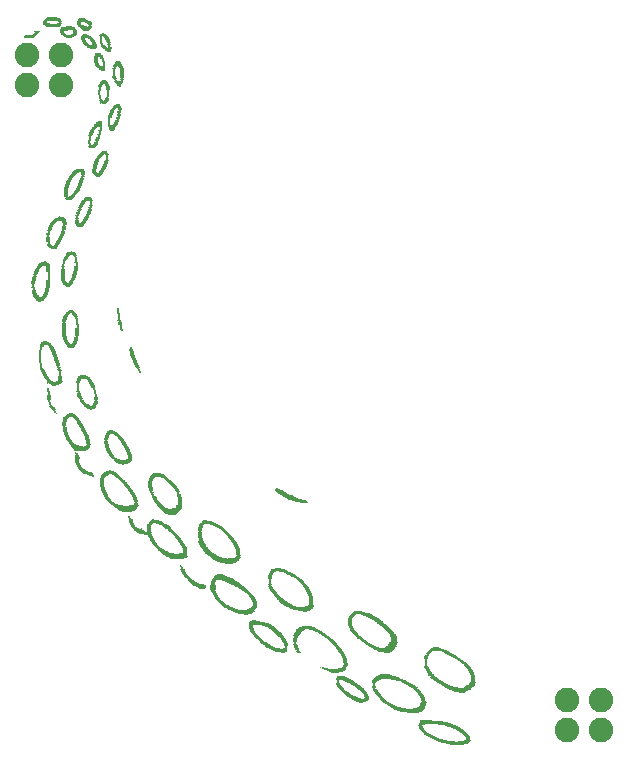
<source format=gbs>
G04 EAGLE Gerber X2 export*
G75*
%MOMM*%
%FSLAX34Y34*%
%LPD*%
%AMOC8*
5,1,8,0,0,1.08239X$1,22.5*%
G01*
%ADD10C,2.082800*%
%ADD11R,1.159256X0.041400*%
%ADD12R,1.614678X0.041403*%
%ADD13R,1.821688X0.041403*%
%ADD14R,2.070100X0.041400*%
%ADD15R,2.318513X0.041403*%
%ADD16R,1.283459X0.041403*%
%ADD17R,0.993647X0.041403*%
%ADD18R,0.952244X0.041400*%
%ADD19R,0.703834X0.041400*%
%ADD20R,0.786637X0.041403*%
%ADD21R,0.538225X0.041403*%
%ADD22R,0.745237X0.041400*%
%ADD23R,0.455422X0.041400*%
%ADD24R,0.703834X0.041403*%
%ADD25R,0.414022X0.041403*%
%ADD26R,0.579628X0.041403*%
%ADD27R,0.331216X0.041403*%
%ADD28R,0.496825X0.041400*%
%ADD29R,0.331216X0.041400*%
%ADD30R,0.538228X0.041403*%
%ADD31R,0.538225X0.041400*%
%ADD32R,0.372619X0.041400*%
%ADD33R,0.414019X0.041403*%
%ADD34R,0.496825X0.041403*%
%ADD35R,0.372616X0.041403*%
%ADD36R,0.455422X0.041403*%
%ADD37R,0.372619X0.041403*%
%ADD38R,0.414019X0.041400*%
%ADD39R,0.331219X0.041403*%
%ADD40R,0.496822X0.041400*%
%ADD41R,0.289813X0.041403*%
%ADD42R,0.289813X0.041400*%
%ADD43R,0.579628X0.041400*%
%ADD44R,0.289816X0.041403*%
%ADD45R,0.662434X0.041403*%
%ADD46R,0.289816X0.041400*%
%ADD47R,0.703831X0.041400*%
%ADD48R,0.248413X0.041403*%
%ADD49R,0.745237X0.041403*%
%ADD50R,0.786641X0.041400*%
%ADD51R,0.828041X0.041403*%
%ADD52R,0.869441X0.041403*%
%ADD53R,0.910844X0.041400*%
%ADD54R,1.035050X0.041403*%
%ADD55R,1.117853X0.041403*%
%ADD56R,1.283462X0.041400*%
%ADD57R,2.484119X0.041403*%
%ADD58R,2.318513X0.041400*%
%ADD59R,2.152903X0.041403*%
%ADD60R,1.904491X0.041403*%
%ADD61R,1.614678X0.041400*%
%ADD62R,0.952244X0.041403*%
%ADD63R,0.786637X0.041400*%
%ADD64R,1.490472X0.041403*%
%ADD65R,1.863091X0.041400*%
%ADD66R,2.028697X0.041403*%
%ADD67R,1.656078X0.041400*%
%ADD68R,0.372616X0.041400*%
%ADD69R,2.359913X0.041403*%
%ADD70R,2.566925X0.041403*%
%ADD71R,1.035050X0.041400*%
%ADD72R,0.621028X0.041400*%
%ADD73R,0.662431X0.041400*%
%ADD74R,0.579625X0.041403*%
%ADD75R,0.538228X0.041400*%
%ADD76R,0.414022X0.041400*%
%ADD77R,0.496822X0.041403*%
%ADD78R,0.662431X0.041403*%
%ADD79R,0.869444X0.041403*%
%ADD80R,0.993647X0.041400*%
%ADD81R,1.159253X0.041403*%
%ADD82R,0.041403X0.041403*%
%ADD83R,1.324866X0.041403*%
%ADD84R,1.407669X0.041400*%
%ADD85R,0.621028X0.041403*%
%ADD86R,0.331219X0.041400*%
%ADD87R,0.952247X0.041400*%
%ADD88R,1.200659X0.041403*%
%ADD89R,1.407669X0.041403*%
%ADD90R,0.248413X0.041400*%
%ADD91R,1.573278X0.041400*%
%ADD92R,1.780288X0.041403*%
%ADD93R,2.028697X0.041400*%
%ADD94R,0.952247X0.041403*%
%ADD95R,0.745234X0.041403*%
%ADD96R,0.745234X0.041400*%
%ADD97R,0.662434X0.041400*%
%ADD98R,0.621031X0.041400*%
%ADD99R,0.621031X0.041403*%
%ADD100R,0.207009X0.041403*%
%ADD101R,0.207009X0.041400*%
%ADD102R,0.786641X0.041403*%
%ADD103R,1.117853X0.041400*%
%ADD104R,1.076453X0.041403*%
%ADD105R,2.277109X0.041403*%
%ADD106R,2.152906X0.041403*%
%ADD107R,0.869444X0.041400*%
%ADD108R,1.987297X0.041400*%
%ADD109R,1.697481X0.041403*%
%ADD110R,1.490472X0.041400*%
%ADD111R,1.242059X0.041403*%
%ADD112R,0.828041X0.041400*%
%ADD113R,1.200656X0.041403*%
%ADD114R,1.324863X0.041400*%
%ADD115R,1.449069X0.041403*%
%ADD116R,1.780288X0.041400*%
%ADD117R,0.165609X0.041400*%
%ADD118R,0.041400X0.041403*%
%ADD119R,0.248409X0.041403*%
%ADD120R,1.283462X0.041403*%
%ADD121R,1.242059X0.041400*%
%ADD122R,0.248409X0.041400*%
%ADD123R,1.449069X0.041400*%
%ADD124R,1.324863X0.041403*%
%ADD125R,1.573275X0.041403*%
%ADD126R,1.242063X0.041403*%
%ADD127R,1.407666X0.041400*%
%ADD128R,1.697481X0.041400*%
%ADD129R,1.821691X0.041403*%
%ADD130R,0.910847X0.041403*%
%ADD131R,0.579625X0.041400*%
%ADD132R,0.455425X0.041403*%
%ADD133R,1.531872X0.041400*%
%ADD134R,1.076453X0.041400*%
%ADD135R,1.738881X0.041403*%
%ADD136R,1.076450X0.041403*%
%ADD137R,0.869441X0.041400*%
%ADD138R,0.082803X0.041400*%
%ADD139R,1.366266X0.041400*%
%ADD140R,1.945894X0.041403*%
%ADD141R,1.945894X0.041400*%
%ADD142R,0.703831X0.041403*%
%ADD143R,2.028700X0.041403*%
%ADD144R,2.111500X0.041403*%
%ADD145R,0.910844X0.041403*%
%ADD146R,0.993650X0.041403*%
%ADD147R,0.124206X0.041403*%
%ADD148R,1.531875X0.041400*%
%ADD149R,0.165609X0.041403*%
%ADD150R,0.082806X0.041403*%
%ADD151R,1.656081X0.041403*%
%ADD152R,2.111503X0.041403*%
%ADD153R,2.194306X0.041400*%
%ADD154R,1.531875X0.041403*%
%ADD155R,1.656081X0.041400*%
%ADD156R,1.780284X0.041403*%
%ADD157R,1.987294X0.041403*%
%ADD158R,1.159256X0.041403*%
%ADD159R,0.041400X0.041400*%
%ADD160R,0.455425X0.041400*%
%ADD161R,1.200659X0.041400*%
%ADD162R,1.076450X0.041400*%
%ADD163R,1.366266X0.041403*%
%ADD164R,1.449072X0.041403*%
%ADD165R,1.324866X0.041400*%
%ADD166R,1.573278X0.041403*%
%ADD167R,1.697484X0.041403*%
%ADD168R,1.738884X0.041403*%
%ADD169R,1.987297X0.041403*%
%ADD170R,2.028700X0.041400*%
%ADD171R,0.828038X0.041400*%
%ADD172R,0.124206X0.041400*%
%ADD173R,0.828038X0.041403*%
%ADD174R,0.993650X0.041400*%
%ADD175R,0.207013X0.041403*%
%ADD176R,0.207013X0.041400*%
%ADD177R,0.082806X0.041400*%
%ADD178R,1.117856X0.041403*%
%ADD179R,1.200656X0.041400*%
%ADD180R,0.082803X0.041403*%
%ADD181R,0.124203X0.041403*%
%ADD182R,0.165606X0.041400*%
%ADD183R,0.165606X0.041403*%
%ADD184R,0.910847X0.041400*%
%ADD185R,0.041403X0.041400*%


D10*
X49022Y596900D03*
X77978Y596900D03*
X49022Y571500D03*
X77978Y571500D03*
X506222Y50800D03*
X535178Y50800D03*
X506222Y25400D03*
X535178Y25400D03*
D11*
X412850Y12700D03*
D12*
X412229Y13114D03*
D13*
X412436Y13528D03*
D14*
X412022Y13942D03*
D15*
X411194Y14356D03*
D16*
X404363Y14770D03*
D17*
X418647Y14770D03*
D18*
X401465Y15184D03*
D19*
X420510Y15184D03*
D20*
X399809Y15598D03*
D21*
X421338Y15598D03*
D22*
X398774Y16012D03*
D23*
X421752Y16012D03*
D24*
X397739Y16426D03*
D25*
X421959Y16426D03*
D26*
X396290Y16840D03*
D27*
X422373Y16840D03*
D28*
X395047Y17254D03*
D29*
X422373Y17254D03*
D30*
X394012Y17668D03*
D27*
X422373Y17668D03*
D21*
X393184Y18082D03*
D27*
X422373Y18082D03*
D31*
X392356Y18496D03*
D32*
X422166Y18496D03*
D30*
X391528Y18910D03*
D25*
X421959Y18910D03*
D21*
X390700Y19324D03*
D33*
X421545Y19324D03*
D31*
X389872Y19738D03*
D32*
X420924Y19738D03*
D34*
X389251Y20152D03*
D35*
X420510Y20152D03*
D28*
X388423Y20566D03*
D32*
X420096Y20566D03*
D36*
X387802Y20980D03*
D37*
X419682Y20980D03*
D33*
X387181Y21394D03*
X419475Y21394D03*
D32*
X386560Y21808D03*
D38*
X419061Y21808D03*
D39*
X385939Y22222D03*
D25*
X418647Y22222D03*
D27*
X385525Y22636D03*
D36*
X418026Y22636D03*
D29*
X385111Y23051D03*
D40*
X417405Y23051D03*
D39*
X384697Y23465D03*
D36*
X417198Y23465D03*
D27*
X384283Y23879D03*
D21*
X416370Y23879D03*
D29*
X383869Y24293D03*
D28*
X415748Y24293D03*
D27*
X383455Y24707D03*
D21*
X415127Y24707D03*
D41*
X383248Y25121D03*
D26*
X414506Y25121D03*
D42*
X382834Y25535D03*
D43*
X413678Y25535D03*
D44*
X382420Y25949D03*
D45*
X412850Y25949D03*
D46*
X382420Y26363D03*
D47*
X411815Y26363D03*
D48*
X382213Y26777D03*
D24*
X410987Y26777D03*
D41*
X382006Y27191D03*
D49*
X409952Y27191D03*
D42*
X382006Y27605D03*
D50*
X408917Y27605D03*
D27*
X381799Y28019D03*
D51*
X407882Y28019D03*
D27*
X381799Y28433D03*
D52*
X406847Y28433D03*
D29*
X382213Y28847D03*
D53*
X405398Y28847D03*
D35*
X382420Y29261D03*
D54*
X403535Y29261D03*
D36*
X383248Y29675D03*
D55*
X402293Y29675D03*
D19*
X384076Y30089D03*
D56*
X400637Y30089D03*
D57*
X393805Y30503D03*
D58*
X392977Y30917D03*
D59*
X392149Y31331D03*
D60*
X391321Y31745D03*
D61*
X389872Y32159D03*
D62*
X386560Y32573D03*
D63*
X375382Y39197D03*
D54*
X375796Y39611D03*
D64*
X375175Y40025D03*
D65*
X374139Y40439D03*
D66*
X374139Y40853D03*
D67*
X370206Y41267D03*
D68*
X382420Y41267D03*
D69*
X372897Y41681D03*
D70*
X372276Y42095D03*
D71*
X364617Y42509D03*
D18*
X380764Y42509D03*
D51*
X362754Y42923D03*
D20*
X381592Y42923D03*
D24*
X361719Y43337D03*
D49*
X382213Y43337D03*
D72*
X360477Y43752D03*
D73*
X382627Y43752D03*
D74*
X359442Y44166D03*
D26*
X383041Y44166D03*
X358614Y44580D03*
X383455Y44580D03*
D43*
X357786Y44994D03*
D75*
X383662Y44994D03*
D30*
X357165Y45408D03*
D34*
X383869Y45408D03*
D36*
X355923Y45822D03*
D21*
X384076Y45822D03*
D76*
X355302Y46236D03*
D40*
X384283Y46236D03*
D36*
X354681Y46650D03*
D77*
X384283Y46650D03*
D76*
X354059Y47064D03*
D23*
X384490Y47064D03*
D37*
X353438Y47478D03*
D34*
X384697Y47478D03*
D35*
X352610Y47892D03*
D34*
X384697Y47892D03*
D68*
X331909Y48306D03*
D32*
X352196Y48306D03*
D28*
X384697Y48306D03*
D78*
X331702Y48720D03*
D27*
X351575Y48720D03*
D33*
X384697Y48720D03*
D79*
X331495Y49134D03*
D27*
X351161Y49134D03*
D33*
X384697Y49134D03*
D80*
X331288Y49548D03*
D29*
X350747Y49548D03*
D32*
X384490Y49548D03*
D81*
X331288Y49962D03*
D82*
X337706Y49962D03*
D37*
X350540Y49962D03*
X384490Y49962D03*
D83*
X331288Y50376D03*
D35*
X350126Y50376D03*
D37*
X384490Y50376D03*
D84*
X330874Y50790D03*
D32*
X349712Y50790D03*
D29*
X384283Y50790D03*
D52*
X327355Y51204D03*
D25*
X335843Y51204D03*
D37*
X349298Y51204D03*
X384076Y51204D03*
D22*
X326320Y51618D03*
D29*
X336257Y51618D03*
D38*
X349091Y51618D03*
D29*
X383869Y51618D03*
D24*
X325285Y52032D03*
D44*
X336464Y52032D03*
D25*
X348677Y52032D03*
D27*
X383869Y52032D03*
D24*
X324457Y52446D03*
D48*
X336671Y52446D03*
D37*
X348470Y52446D03*
D27*
X383455Y52446D03*
D72*
X323629Y52860D03*
D46*
X336464Y52860D03*
D68*
X348056Y52860D03*
D29*
X383455Y52860D03*
D85*
X322801Y53274D03*
D41*
X336050Y53274D03*
D37*
X347642Y53274D03*
D27*
X383041Y53274D03*
D21*
X321973Y53688D03*
D27*
X335843Y53688D03*
D37*
X347228Y53688D03*
D41*
X382834Y53688D03*
D43*
X321352Y54102D03*
D29*
X335843Y54102D03*
X346607Y54102D03*
X382627Y54102D03*
D26*
X320938Y54516D03*
D41*
X335636Y54516D03*
D27*
X346607Y54516D03*
X382213Y54516D03*
D34*
X320524Y54930D03*
D41*
X335636Y54930D03*
D27*
X346193Y54930D03*
X381799Y54930D03*
D28*
X320110Y55344D03*
D46*
X335222Y55344D03*
D29*
X345779Y55344D03*
X381799Y55344D03*
D36*
X319489Y55758D03*
D44*
X335222Y55758D03*
D27*
X345365Y55758D03*
X381385Y55758D03*
D36*
X318661Y56172D03*
D41*
X334808Y56172D03*
D27*
X344951Y56172D03*
X380971Y56172D03*
D38*
X318040Y56586D03*
D86*
X334187Y56586D03*
D46*
X344744Y56586D03*
D29*
X380557Y56586D03*
D28*
X416991Y56586D03*
D25*
X317626Y57000D03*
D37*
X333980Y57000D03*
D44*
X344330Y57000D03*
D37*
X380350Y57000D03*
D20*
X415955Y57000D03*
D38*
X317212Y57414D03*
D32*
X333566Y57414D03*
D46*
X344330Y57414D03*
D32*
X379936Y57414D03*
D87*
X415541Y57414D03*
D37*
X316591Y57828D03*
X333151Y57828D03*
D41*
X343916Y57828D03*
D37*
X379522Y57828D03*
D88*
X415955Y57828D03*
D37*
X316177Y58242D03*
X332737Y58242D03*
D44*
X343502Y58242D03*
D35*
X379108Y58242D03*
D89*
X415748Y58242D03*
D68*
X315763Y58656D03*
D76*
X332530Y58656D03*
D90*
X343295Y58656D03*
D32*
X378694Y58656D03*
D91*
X415334Y58656D03*
D37*
X315349Y59070D03*
D36*
X331909Y59070D03*
D44*
X343088Y59070D03*
D37*
X378280Y59070D03*
D92*
X415127Y59070D03*
D27*
X315142Y59484D03*
D36*
X331495Y59484D03*
D48*
X342881Y59484D03*
D33*
X377659Y59484D03*
D60*
X414920Y59484D03*
D29*
X314728Y59898D03*
D23*
X331081Y59898D03*
D90*
X342881Y59898D03*
D76*
X377245Y59898D03*
D93*
X414713Y59898D03*
D27*
X314314Y60312D03*
D77*
X330046Y60312D03*
D41*
X342674Y60312D03*
D36*
X377038Y60312D03*
D94*
X408503Y60312D03*
D95*
X421959Y60312D03*
D27*
X313900Y60726D03*
D34*
X329632Y60726D03*
D41*
X342674Y60726D03*
D34*
X376417Y60726D03*
D20*
X406847Y60726D03*
D95*
X422373Y60726D03*
D46*
X313693Y61140D03*
D28*
X329218Y61140D03*
D42*
X342674Y61140D03*
D23*
X375796Y61140D03*
D96*
X405812Y61140D03*
D22*
X422787Y61140D03*
D44*
X313279Y61554D03*
D77*
X328804Y61554D03*
D48*
X342467Y61554D03*
D34*
X375175Y61554D03*
D45*
X404984Y61554D03*
D85*
X423822Y61554D03*
D90*
X313072Y61968D03*
D40*
X327976Y61968D03*
D90*
X342467Y61968D03*
D28*
X374346Y61968D03*
D97*
X403742Y61968D03*
D98*
X424236Y61968D03*
D41*
X312865Y62382D03*
D34*
X327562Y62382D03*
D48*
X342467Y62382D03*
D36*
X373725Y62382D03*
D85*
X403121Y62382D03*
X425064Y62382D03*
D44*
X312450Y62796D03*
D26*
X326734Y62796D03*
D48*
X342467Y62796D03*
D36*
X372897Y62796D03*
D21*
X402293Y62796D03*
D26*
X425271Y62796D03*
D46*
X312450Y63210D03*
D43*
X325906Y63210D03*
D90*
X342467Y63210D03*
D23*
X372069Y63210D03*
D31*
X401465Y63210D03*
X425478Y63210D03*
D44*
X312450Y63624D03*
D26*
X325492Y63624D03*
D48*
X342467Y63624D03*
D36*
X371241Y63624D03*
D21*
X400637Y63624D03*
D77*
X425685Y63624D03*
D48*
X312243Y64038D03*
D30*
X324871Y64038D03*
D48*
X342467Y64038D03*
D36*
X370413Y64038D03*
D30*
X399809Y64038D03*
D36*
X425892Y64038D03*
D90*
X312243Y64453D03*
D43*
X324250Y64453D03*
D90*
X342467Y64453D03*
D28*
X369792Y64453D03*
D43*
X399188Y64453D03*
D38*
X426099Y64453D03*
D48*
X312243Y64867D03*
D99*
X323215Y64867D03*
D41*
X342674Y64867D03*
D34*
X368964Y64867D03*
D26*
X398774Y64867D03*
D36*
X426306Y64867D03*
D100*
X312036Y65281D03*
D78*
X322594Y65281D03*
D27*
X342881Y65281D03*
D21*
X368343Y65281D03*
X398153Y65281D03*
D25*
X426513Y65281D03*
D101*
X312036Y65695D03*
D73*
X321766Y65695D03*
D32*
X343088Y65695D03*
D28*
X367722Y65695D03*
D43*
X397532Y65695D03*
D76*
X426513Y65695D03*
D100*
X312036Y66109D03*
D78*
X321352Y66109D03*
D33*
X343295Y66109D03*
D77*
X366894Y66109D03*
D21*
X396911Y66109D03*
D25*
X426513Y66109D03*
D100*
X312036Y66523D03*
D24*
X320731Y66523D03*
D36*
X343502Y66523D03*
X366273Y66523D03*
D34*
X396290Y66523D03*
D37*
X426720Y66523D03*
D101*
X312036Y66937D03*
D96*
X319696Y66937D03*
D28*
X344123Y66937D03*
D73*
X364410Y66937D03*
D31*
X395669Y66937D03*
D32*
X426720Y66937D03*
D100*
X312036Y67351D03*
D51*
X318868Y67351D03*
D26*
X344537Y67351D03*
D102*
X362961Y67351D03*
D34*
X395462Y67351D03*
D37*
X426720Y67351D03*
D103*
X316591Y67765D03*
D73*
X345365Y67765D03*
D53*
X361512Y67765D03*
D23*
X394840Y67765D03*
D29*
X426513Y67765D03*
D104*
X316384Y68179D03*
D105*
X353852Y68179D03*
D36*
X394426Y68179D03*
D27*
X426513Y68179D03*
D94*
X315763Y68593D03*
D106*
X353645Y68593D03*
D36*
X393598Y68593D03*
D27*
X426513Y68593D03*
D107*
X315349Y69007D03*
D108*
X353231Y69007D03*
D23*
X393184Y69007D03*
D32*
X426306Y69007D03*
D49*
X314728Y69421D03*
D13*
X353231Y69421D03*
D36*
X392770Y69421D03*
D37*
X426306Y69421D03*
D78*
X314314Y69835D03*
D109*
X353024Y69835D03*
D33*
X392563Y69835D03*
D37*
X426306Y69835D03*
D28*
X314314Y70249D03*
D110*
X352817Y70249D03*
D76*
X392149Y70249D03*
D32*
X426306Y70249D03*
D111*
X351989Y70663D03*
D33*
X391735Y70663D03*
D39*
X426099Y70663D03*
D55*
X351782Y71077D03*
D36*
X391114Y71077D03*
D39*
X426099Y71077D03*
D112*
X351575Y71491D03*
D23*
X390700Y71491D03*
D32*
X425892Y71491D03*
D33*
X390493Y71905D03*
D27*
X425685Y71905D03*
D32*
X390286Y72319D03*
X425478Y72319D03*
D25*
X390079Y72733D03*
D27*
X425271Y72733D03*
D39*
X307689Y73147D03*
D37*
X389872Y73147D03*
D27*
X425271Y73147D03*
D96*
X309345Y73561D03*
D68*
X389458Y73561D03*
X425064Y73561D03*
D54*
X309966Y73975D03*
D37*
X389044Y73975D03*
D27*
X424857Y73975D03*
D113*
X310380Y74389D03*
D27*
X388837Y74389D03*
D37*
X424650Y74389D03*
D114*
X310173Y74803D03*
D32*
X388630Y74803D03*
D29*
X424443Y74803D03*
D115*
X310380Y75217D03*
D27*
X388423Y75217D03*
D37*
X424236Y75217D03*
D12*
X309966Y75631D03*
D27*
X388009Y75631D03*
X424029Y75631D03*
D116*
X309552Y76045D03*
D29*
X388009Y76045D03*
X423615Y76045D03*
D33*
X301893Y76459D03*
D45*
X315142Y76459D03*
D27*
X387595Y76459D03*
D41*
X423408Y76459D03*
X300444Y76873D03*
D21*
X316177Y76873D03*
D27*
X387595Y76873D03*
X423201Y76873D03*
D117*
X298995Y77287D03*
D38*
X316798Y77287D03*
D42*
X387388Y77287D03*
D29*
X422787Y77287D03*
D118*
X297960Y77701D03*
D37*
X317419Y77701D03*
D44*
X386974Y77701D03*
X422580Y77701D03*
D32*
X317833Y78115D03*
D46*
X386974Y78115D03*
D29*
X421959Y78115D03*
D39*
X318040Y78529D03*
D44*
X386974Y78529D03*
D39*
X421545Y78529D03*
D37*
X318247Y78943D03*
D48*
X386767Y78943D03*
D27*
X421131Y78943D03*
D29*
X318454Y79357D03*
D90*
X386767Y79357D03*
D29*
X420717Y79357D03*
D27*
X318454Y79771D03*
D48*
X386767Y79771D03*
D35*
X420510Y79771D03*
D27*
X318454Y80185D03*
D48*
X386353Y80185D03*
D37*
X420096Y80185D03*
D29*
X318454Y80599D03*
D90*
X386353Y80599D03*
D32*
X419682Y80599D03*
D27*
X318454Y81013D03*
D48*
X386353Y81013D03*
D33*
X419061Y81013D03*
D37*
X318247Y81427D03*
D48*
X386353Y81427D03*
D37*
X418440Y81427D03*
D32*
X318247Y81841D03*
D90*
X386353Y81841D03*
D29*
X417819Y81841D03*
D37*
X318247Y82255D03*
D48*
X386353Y82255D03*
D37*
X417198Y82255D03*
D32*
X318247Y82669D03*
D90*
X386353Y82669D03*
D32*
X416784Y82669D03*
D37*
X318247Y83083D03*
D48*
X386353Y83083D03*
D25*
X416162Y83083D03*
D33*
X318040Y83497D03*
D48*
X386353Y83497D03*
D25*
X415334Y83497D03*
D38*
X318040Y83911D03*
D90*
X386353Y83911D03*
D38*
X414920Y83911D03*
D33*
X318040Y84325D03*
D48*
X386353Y84325D03*
D33*
X414506Y84325D03*
D37*
X317833Y84739D03*
D41*
X386560Y84739D03*
D37*
X413885Y84739D03*
D76*
X317626Y85154D03*
D42*
X386560Y85154D03*
D38*
X413264Y85154D03*
D25*
X317626Y85568D03*
D41*
X386560Y85568D03*
D37*
X412643Y85568D03*
D33*
X317212Y85982D03*
D41*
X386560Y85982D03*
D33*
X412022Y85982D03*
D38*
X317212Y86396D03*
D29*
X386767Y86396D03*
D38*
X411194Y86396D03*
D33*
X316798Y86810D03*
D27*
X386767Y86810D03*
D36*
X410573Y86810D03*
D33*
X316798Y87224D03*
D44*
X386974Y87224D03*
D33*
X409952Y87224D03*
D76*
X316384Y87638D03*
D42*
X387388Y87638D03*
D23*
X409331Y87638D03*
D25*
X316384Y88052D03*
D119*
X387595Y88052D03*
D36*
X408503Y88052D03*
D38*
X315970Y88466D03*
D90*
X388009Y88466D03*
D23*
X407675Y88466D03*
D33*
X315970Y88880D03*
D48*
X388009Y88880D03*
D36*
X406847Y88880D03*
D33*
X315556Y89294D03*
D44*
X388216Y89294D03*
D34*
X406226Y89294D03*
D38*
X315556Y89708D03*
D42*
X388630Y89708D03*
D28*
X405398Y89708D03*
D27*
X278708Y90122D03*
D25*
X315142Y90122D03*
D41*
X389044Y90122D03*
D34*
X404570Y90122D03*
D25*
X265873Y90536D03*
D27*
X278708Y90536D03*
D33*
X314728Y90536D03*
D26*
X353231Y90536D03*
D27*
X389251Y90536D03*
D34*
X404156Y90536D03*
D19*
X264838Y90950D03*
D42*
X278501Y90950D03*
D38*
X314314Y90950D03*
D53*
X352817Y90950D03*
D29*
X389665Y90950D03*
D28*
X403328Y90950D03*
D17*
X264217Y91364D03*
D41*
X278501Y91364D03*
D25*
X313900Y91364D03*
D55*
X352196Y91364D03*
D27*
X390079Y91364D03*
D36*
X402707Y91364D03*
D81*
X263389Y91778D03*
D119*
X278294Y91778D03*
D25*
X313900Y91778D03*
D120*
X351782Y91778D03*
D37*
X390700Y91778D03*
D30*
X401879Y91778D03*
D121*
X262975Y92192D03*
D122*
X278294Y92192D03*
D76*
X313900Y92192D03*
D84*
X351575Y92192D03*
D123*
X396497Y92192D03*
D124*
X262561Y92606D03*
D27*
X277466Y92606D03*
D33*
X313486Y92606D03*
D125*
X351161Y92606D03*
D126*
X396290Y92606D03*
D127*
X262147Y93020D03*
D42*
X277259Y93020D03*
D32*
X313279Y93020D03*
D128*
X350954Y93020D03*
D103*
X396083Y93020D03*
D51*
X258421Y93434D03*
D35*
X267322Y93434D03*
D41*
X277259Y93434D03*
D37*
X312865Y93434D03*
D129*
X350747Y93434D03*
D52*
X395254Y93434D03*
D95*
X256765Y93848D03*
D119*
X267943Y93848D03*
D41*
X277259Y93848D03*
D37*
X312450Y93848D03*
D60*
X350747Y93848D03*
D49*
X395047Y93848D03*
D96*
X255523Y94262D03*
D122*
X267943Y94262D03*
D90*
X277052Y94262D03*
D32*
X312036Y94262D03*
D72*
X343502Y94262D03*
D53*
X356130Y94262D03*
D43*
X395047Y94262D03*
D24*
X254488Y94676D03*
D119*
X267943Y94676D03*
D44*
X276845Y94676D03*
D25*
X311829Y94676D03*
D26*
X342467Y94676D03*
D130*
X356544Y94676D03*
D78*
X253867Y95090D03*
D119*
X267943Y95090D03*
D48*
X276638Y95090D03*
D37*
X311622Y95090D03*
D21*
X341846Y95090D03*
D51*
X356958Y95090D03*
D43*
X253453Y95504D03*
D122*
X267943Y95504D03*
D46*
X276431Y95504D03*
D68*
X311208Y95504D03*
D28*
X340811Y95504D03*
D63*
X357579Y95504D03*
D21*
X252832Y95918D03*
D41*
X268150Y95918D03*
D44*
X276431Y95918D03*
D37*
X310794Y95918D03*
D36*
X339776Y95918D03*
D95*
X357786Y95918D03*
D30*
X252418Y96332D03*
D41*
X268150Y96332D03*
D48*
X276224Y96332D03*
D37*
X310380Y96332D03*
D25*
X339155Y96332D03*
D49*
X358200Y96332D03*
D31*
X252004Y96746D03*
D42*
X268150Y96746D03*
X276017Y96746D03*
D68*
X309966Y96746D03*
D23*
X338534Y96746D03*
D22*
X358200Y96746D03*
D34*
X250969Y97160D03*
D41*
X268150Y97160D03*
X276017Y97160D03*
D37*
X309552Y97160D03*
D33*
X337913Y97160D03*
D24*
X358407Y97160D03*
D36*
X250347Y97574D03*
D41*
X267736Y97574D03*
D48*
X275810Y97574D03*
D37*
X309138Y97574D03*
D27*
X337085Y97574D03*
D78*
X358614Y97574D03*
D23*
X249519Y97988D03*
D42*
X267736Y97988D03*
D90*
X275810Y97988D03*
D68*
X308724Y97988D03*
D38*
X336257Y97988D03*
D98*
X358821Y97988D03*
D36*
X249105Y98402D03*
D44*
X267322Y98402D03*
D48*
X275810Y98402D03*
D37*
X308310Y98402D03*
D25*
X335843Y98402D03*
D78*
X359028Y98402D03*
D23*
X248691Y98816D03*
D29*
X267115Y98816D03*
D90*
X275810Y98816D03*
D32*
X307896Y98816D03*
D38*
X335429Y98816D03*
D72*
X359235Y98816D03*
D33*
X248070Y99230D03*
D41*
X266908Y99230D03*
D48*
X275810Y99230D03*
D37*
X307482Y99230D03*
X334808Y99230D03*
D74*
X359442Y99230D03*
D33*
X247656Y99644D03*
D27*
X266701Y99644D03*
X275810Y99644D03*
D37*
X307068Y99644D03*
X334394Y99644D03*
D74*
X359442Y99644D03*
D76*
X247242Y100058D03*
D46*
X266494Y100058D03*
D29*
X275810Y100058D03*
D68*
X306654Y100058D03*
D32*
X333980Y100058D03*
D131*
X359442Y100058D03*
D33*
X246828Y100472D03*
D39*
X266287Y100472D03*
D27*
X275810Y100472D03*
D37*
X306240Y100472D03*
X333151Y100472D03*
D74*
X359442Y100472D03*
D37*
X246207Y100886D03*
D44*
X266080Y100886D03*
D27*
X275810Y100886D03*
D37*
X305826Y100886D03*
D25*
X332530Y100886D03*
D74*
X359442Y100886D03*
D32*
X245793Y101300D03*
D29*
X265873Y101300D03*
D32*
X276017Y101300D03*
D29*
X305205Y101300D03*
D38*
X332116Y101300D03*
D131*
X359442Y101300D03*
D27*
X245172Y101714D03*
D41*
X265666Y101714D03*
D37*
X276017Y101714D03*
X304584Y101714D03*
D33*
X331702Y101714D03*
D74*
X359442Y101714D03*
D27*
X244758Y102128D03*
D44*
X265252Y102128D03*
D37*
X276017Y102128D03*
D35*
X304170Y102128D03*
D36*
X331081Y102128D03*
D74*
X359442Y102128D03*
D29*
X244344Y102542D03*
X265045Y102542D03*
D76*
X276224Y102542D03*
D32*
X303756Y102542D03*
D38*
X330460Y102542D03*
D131*
X359442Y102542D03*
D27*
X243930Y102956D03*
X264631Y102956D03*
D25*
X276224Y102956D03*
D37*
X302928Y102956D03*
D25*
X330046Y102956D03*
D74*
X359442Y102956D03*
D29*
X243516Y103370D03*
D32*
X264424Y103370D03*
X276431Y103370D03*
X302514Y103370D03*
D38*
X329632Y103370D03*
D31*
X359235Y103370D03*
D35*
X243309Y103784D03*
X264010Y103784D03*
D33*
X276638Y103784D03*
D37*
X302100Y103784D03*
D33*
X329218Y103784D03*
D77*
X359028Y103784D03*
D37*
X242895Y104198D03*
D36*
X263596Y104198D03*
D33*
X276638Y104198D03*
D37*
X301686Y104198D03*
D25*
X328804Y104198D03*
D77*
X359028Y104198D03*
D29*
X242688Y104612D03*
D23*
X263182Y104612D03*
X276845Y104612D03*
D32*
X301272Y104612D03*
D38*
X328390Y104612D03*
D23*
X358821Y104612D03*
D27*
X242274Y105026D03*
D36*
X262768Y105026D03*
X276845Y105026D03*
D33*
X300651Y105026D03*
D25*
X327976Y105026D03*
D36*
X358821Y105026D03*
D27*
X241860Y105440D03*
D34*
X262561Y105440D03*
D36*
X277259Y105440D03*
D37*
X300030Y105440D03*
D33*
X327562Y105440D03*
D36*
X358407Y105440D03*
D29*
X241446Y105855D03*
D40*
X262147Y105855D03*
D28*
X277466Y105855D03*
D38*
X299409Y105855D03*
D68*
X327355Y105855D03*
D38*
X358200Y105855D03*
D44*
X241239Y106269D03*
D34*
X261733Y106269D03*
D36*
X277673Y106269D03*
X298788Y106269D03*
D37*
X326941Y106269D03*
D25*
X357786Y106269D03*
D44*
X240825Y106683D03*
D34*
X261319Y106683D03*
X277880Y106683D03*
D33*
X298167Y106683D03*
D37*
X326527Y106683D03*
D33*
X357372Y106683D03*
D42*
X240411Y107097D03*
D28*
X260905Y107097D03*
D40*
X278294Y107097D03*
D32*
X297546Y107097D03*
D68*
X326113Y107097D03*
D23*
X356751Y107097D03*
D48*
X240204Y107511D03*
D34*
X260491Y107511D03*
D77*
X278294Y107511D03*
D25*
X296925Y107511D03*
D37*
X325699Y107511D03*
D36*
X356751Y107511D03*
D44*
X239997Y107925D03*
D21*
X259870Y107925D03*
D34*
X278708Y107925D03*
D36*
X295890Y107925D03*
D27*
X325492Y107925D03*
D36*
X356337Y107925D03*
D46*
X239583Y108339D03*
D75*
X259456Y108339D03*
X278915Y108339D03*
D28*
X295269Y108339D03*
D29*
X325078Y108339D03*
D23*
X355923Y108339D03*
D44*
X239583Y108753D03*
D21*
X259042Y108753D03*
X279329Y108753D03*
D77*
X294441Y108753D03*
D27*
X324664Y108753D03*
D33*
X355716Y108753D03*
D29*
X239376Y109167D03*
D31*
X258628Y109167D03*
D98*
X279743Y109167D03*
D31*
X293406Y109167D03*
D29*
X324250Y109167D03*
D23*
X355095Y109167D03*
D27*
X238962Y109581D03*
D26*
X258007Y109581D03*
D85*
X280157Y109581D03*
D26*
X292371Y109581D03*
D27*
X324250Y109581D03*
D34*
X354474Y109581D03*
D27*
X238962Y109995D03*
D26*
X257593Y109995D03*
D49*
X281192Y109995D03*
D24*
X290921Y109995D03*
D39*
X323836Y109995D03*
D132*
X354267Y109995D03*
D29*
X238962Y110409D03*
D43*
X257179Y110409D03*
D133*
X285953Y110409D03*
D46*
X323629Y110409D03*
D23*
X353852Y110409D03*
D35*
X238755Y110823D03*
D26*
X256351Y110823D03*
D89*
X285746Y110823D03*
D44*
X323629Y110823D03*
D77*
X353231Y110823D03*
D35*
X238755Y111237D03*
D74*
X255937Y111237D03*
D120*
X285539Y111237D03*
D41*
X323215Y111237D03*
D34*
X352817Y111237D03*
D68*
X238755Y111651D03*
D43*
X255109Y111651D03*
D134*
X285332Y111651D03*
D42*
X323215Y111651D03*
D28*
X352403Y111651D03*
D35*
X238755Y112065D03*
D99*
X254488Y112065D03*
D20*
X285539Y112065D03*
D27*
X323008Y112065D03*
D77*
X351989Y112065D03*
D35*
X238755Y112479D03*
D78*
X253867Y112479D03*
D37*
X285539Y112479D03*
D44*
X322801Y112479D03*
D34*
X351575Y112479D03*
D68*
X238755Y112893D03*
D19*
X252832Y112893D03*
D86*
X322594Y112893D03*
D31*
X350954Y112893D03*
D35*
X238755Y113307D03*
D20*
X251590Y113307D03*
D39*
X322594Y113307D03*
D21*
X350540Y113307D03*
D23*
X239169Y113721D03*
D87*
X250347Y113721D03*
D86*
X322594Y113721D03*
D75*
X350126Y113721D03*
D135*
X245586Y114135D03*
D44*
X322387Y114135D03*
D21*
X349298Y114135D03*
D12*
X244965Y114549D03*
D82*
X253660Y114549D03*
D27*
X322180Y114549D03*
D21*
X348884Y114549D03*
D123*
X244137Y114963D03*
D29*
X322180Y114963D03*
D75*
X348056Y114963D03*
D124*
X243516Y115377D03*
D27*
X322180Y115377D03*
D21*
X347642Y115377D03*
D136*
X243102Y115791D03*
D27*
X322180Y115791D03*
D26*
X347435Y115791D03*
D137*
X242067Y116205D03*
D29*
X322180Y116205D03*
D72*
X346814Y116205D03*
D30*
X240825Y116619D03*
D37*
X321973Y116619D03*
D26*
X346193Y116619D03*
D37*
X240825Y117033D03*
X321973Y117033D03*
D26*
X345779Y117033D03*
D138*
X241446Y117447D03*
D32*
X321973Y117447D03*
D43*
X344951Y117447D03*
D27*
X322180Y117861D03*
D26*
X344123Y117861D03*
D27*
X322180Y118275D03*
D99*
X343916Y118275D03*
D32*
X322387Y118689D03*
D73*
X343295Y118689D03*
D33*
X322594Y119103D03*
D78*
X342467Y119103D03*
D32*
X322801Y119517D03*
D97*
X341639Y119517D03*
D27*
X323008Y119931D03*
D78*
X340811Y119931D03*
D27*
X323422Y120345D03*
D24*
X340190Y120345D03*
D86*
X323836Y120759D03*
D47*
X339362Y120759D03*
D37*
X324043Y121173D03*
D24*
X338534Y121173D03*
D37*
X324457Y121587D03*
D20*
X337706Y121587D03*
D68*
X324871Y122001D03*
D63*
X336878Y122001D03*
D41*
X233787Y122415D03*
D25*
X325492Y122415D03*
D130*
X335843Y122415D03*
D20*
X232131Y122829D03*
D125*
X331702Y122829D03*
D134*
X233166Y123243D03*
D139*
X331081Y123243D03*
D113*
X233373Y123657D03*
D88*
X330667Y123657D03*
D114*
X233166Y124071D03*
D71*
X330253Y124071D03*
D64*
X232752Y124485D03*
D52*
X329839Y124485D03*
D12*
X232545Y124899D03*
D24*
X329425Y124899D03*
D116*
X232131Y125313D03*
D76*
X284090Y125313D03*
D140*
X231717Y125727D03*
D49*
X283676Y125727D03*
X224885Y126141D03*
D79*
X237099Y126141D03*
D54*
X283055Y126141D03*
D96*
X224057Y126556D03*
D19*
X238341Y126556D03*
D56*
X282641Y126556D03*
D24*
X222608Y126970D03*
D85*
X238755Y126970D03*
D125*
X282020Y126970D03*
D24*
X221780Y127384D03*
D21*
X239583Y127384D03*
D13*
X281606Y127384D03*
D73*
X221159Y127798D03*
D28*
X240204Y127798D03*
D141*
X280985Y127798D03*
D142*
X219710Y128212D03*
D34*
X240618Y128212D03*
D143*
X280571Y128212D03*
D78*
X219089Y128626D03*
D36*
X240825Y128626D03*
D144*
X280571Y128626D03*
D43*
X218261Y129040D03*
D38*
X241032Y129040D03*
D22*
X273326Y129040D03*
D96*
X287402Y129040D03*
D21*
X217640Y129454D03*
D25*
X241446Y129454D03*
D85*
X271877Y129454D03*
X288023Y129454D03*
D31*
X217226Y129868D03*
D32*
X241653Y129868D03*
D73*
X270841Y129868D03*
D23*
X288851Y129868D03*
D34*
X216605Y130282D03*
D37*
X241653Y130282D03*
D78*
X270013Y130282D03*
D33*
X289058Y130282D03*
X215777Y130696D03*
D37*
X241653Y130696D03*
D99*
X269392Y130696D03*
D35*
X289265Y130696D03*
D76*
X214949Y131110D03*
D29*
X241446Y131110D03*
D72*
X268564Y131110D03*
D29*
X289472Y131110D03*
D33*
X214535Y131524D03*
D27*
X241446Y131524D03*
D99*
X268150Y131524D03*
D27*
X289472Y131524D03*
D25*
X214121Y131938D03*
D27*
X241446Y131938D03*
D85*
X267322Y131938D03*
D27*
X289472Y131938D03*
D38*
X213707Y132352D03*
D29*
X241446Y132352D03*
D43*
X266701Y132352D03*
D29*
X289472Y132352D03*
D37*
X213086Y132766D03*
D27*
X241446Y132766D03*
D85*
X266080Y132766D03*
D27*
X289472Y132766D03*
D37*
X212672Y133180D03*
D27*
X241446Y133180D03*
D99*
X265666Y133180D03*
D27*
X289472Y133180D03*
D68*
X212258Y133594D03*
D46*
X241239Y133594D03*
D72*
X265252Y133594D03*
D29*
X289472Y133594D03*
D27*
X211637Y134008D03*
D39*
X241032Y134008D03*
D21*
X264838Y134008D03*
D27*
X289472Y134008D03*
D29*
X211223Y134422D03*
D46*
X240825Y134422D03*
D31*
X264424Y134422D03*
D29*
X289472Y134422D03*
D27*
X210809Y134836D03*
D44*
X240825Y134836D03*
D34*
X263803Y134836D03*
D27*
X289472Y134836D03*
D37*
X210602Y135250D03*
D41*
X240411Y135250D03*
D77*
X263389Y135250D03*
D35*
X289265Y135250D03*
D29*
X210395Y135664D03*
X240204Y135664D03*
D23*
X263182Y135664D03*
D68*
X289265Y135664D03*
D39*
X209981Y136078D03*
D27*
X240204Y136078D03*
D36*
X262768Y136078D03*
D27*
X289058Y136078D03*
D37*
X209774Y136492D03*
D39*
X239790Y136492D03*
D25*
X262147Y136492D03*
D37*
X288851Y136492D03*
D32*
X209360Y136906D03*
D29*
X239376Y136906D03*
D32*
X261526Y136906D03*
X288851Y136906D03*
D27*
X209152Y137320D03*
D37*
X239169Y137320D03*
X261112Y137320D03*
X288851Y137320D03*
D39*
X208738Y137734D03*
D35*
X238755Y137734D03*
D37*
X260698Y137734D03*
X288851Y137734D03*
D46*
X208531Y138148D03*
D32*
X238341Y138148D03*
X260284Y138148D03*
D29*
X288644Y138148D03*
D44*
X208531Y138562D03*
D25*
X238134Y138562D03*
D37*
X259870Y138562D03*
X288437Y138562D03*
D27*
X208324Y138976D03*
D33*
X237720Y138976D03*
D27*
X259663Y138976D03*
D37*
X288437Y138976D03*
D42*
X208117Y139390D03*
D68*
X237513Y139390D03*
D29*
X259249Y139390D03*
X288230Y139390D03*
D27*
X207910Y139804D03*
D25*
X236892Y139804D03*
D37*
X259042Y139804D03*
D35*
X288023Y139804D03*
D46*
X207703Y140218D03*
D38*
X236478Y140218D03*
D32*
X258628Y140218D03*
D29*
X287816Y140218D03*
D27*
X207496Y140632D03*
D37*
X235857Y140632D03*
D27*
X258421Y140632D03*
D37*
X287609Y140632D03*
X207289Y141046D03*
X235443Y141046D03*
D27*
X258007Y141046D03*
X287402Y141046D03*
D29*
X207082Y141460D03*
D32*
X235029Y141460D03*
D29*
X257593Y141460D03*
D32*
X287195Y141460D03*
D37*
X206875Y141874D03*
X234615Y141874D03*
D41*
X257386Y141874D03*
D37*
X287195Y141874D03*
D33*
X206668Y142288D03*
D35*
X234201Y142288D03*
D44*
X256972Y142288D03*
D37*
X286781Y142288D03*
D38*
X206668Y142702D03*
D76*
X233580Y142702D03*
D29*
X256765Y142702D03*
D32*
X286781Y142702D03*
D33*
X206254Y143116D03*
D36*
X232959Y143116D03*
D41*
X256558Y143116D03*
D25*
X286574Y143116D03*
D36*
X206047Y143530D03*
X232545Y143530D03*
D44*
X256144Y143530D03*
D37*
X286367Y143530D03*
D23*
X206047Y143944D03*
X232131Y143944D03*
D46*
X256144Y143944D03*
D29*
X286160Y143944D03*
D100*
X197353Y144358D03*
D36*
X206047Y144358D03*
D21*
X231303Y144358D03*
D44*
X255730Y144358D03*
D27*
X285746Y144358D03*
D28*
X197146Y144772D03*
D23*
X206047Y144772D03*
D31*
X230889Y144772D03*
D46*
X255730Y144772D03*
D29*
X285746Y144772D03*
D99*
X196939Y145186D03*
D36*
X206047Y145186D03*
D30*
X230475Y145186D03*
D41*
X255316Y145186D03*
D37*
X285539Y145186D03*
D95*
X196732Y145600D03*
D36*
X206047Y145600D03*
D26*
X229853Y145600D03*
D41*
X255316Y145600D03*
D37*
X285125Y145600D03*
D112*
X196318Y146014D03*
D23*
X206047Y146014D03*
D98*
X229232Y146014D03*
D90*
X255109Y146014D03*
D29*
X284918Y146014D03*
D145*
X195904Y146428D03*
D36*
X206047Y146428D03*
D85*
X228404Y146428D03*
D44*
X254902Y146428D03*
D27*
X284504Y146428D03*
D94*
X195283Y146842D03*
D36*
X206047Y146842D03*
D45*
X227783Y146842D03*
D48*
X254695Y146842D03*
D27*
X284090Y146842D03*
D18*
X194455Y147257D03*
D23*
X206047Y147257D03*
D19*
X227162Y147257D03*
D90*
X254695Y147257D03*
D42*
X283883Y147257D03*
D146*
X193834Y147671D03*
D33*
X206254Y147671D03*
D95*
X226541Y147671D03*
D48*
X254695Y147671D03*
D44*
X283469Y147671D03*
D78*
X191764Y148085D03*
D147*
X198181Y148085D03*
D35*
X206461Y148085D03*
D20*
X225920Y148085D03*
D41*
X254488Y148085D03*
X283055Y148085D03*
D98*
X191143Y148499D03*
D68*
X206461Y148499D03*
D137*
X225092Y148499D03*
D122*
X254281Y148499D03*
D32*
X282641Y148499D03*
D21*
X190729Y148913D03*
D35*
X206461Y148913D03*
D145*
X224057Y148913D03*
D119*
X254281Y148913D03*
D37*
X282227Y148913D03*
D34*
X190108Y149327D03*
D35*
X206461Y149327D03*
D62*
X223022Y149327D03*
D119*
X254281Y149327D03*
D37*
X281813Y149327D03*
D28*
X189280Y149741D03*
D68*
X206461Y149741D03*
D53*
X222401Y149741D03*
D122*
X254281Y149741D03*
D29*
X281606Y149741D03*
D132*
X188659Y150155D03*
D33*
X206668Y150155D03*
D94*
X221780Y150155D03*
D119*
X254281Y150155D03*
D37*
X281399Y150155D03*
D23*
X188244Y150569D03*
D32*
X206875Y150569D03*
D80*
X221159Y150569D03*
D122*
X254281Y150569D03*
D32*
X280985Y150569D03*
D36*
X187830Y150983D03*
D37*
X206875Y150983D03*
D54*
X220124Y150983D03*
D119*
X254281Y150983D03*
D33*
X280364Y150983D03*
D36*
X187416Y151397D03*
D37*
X207289Y151397D03*
D136*
X219089Y151397D03*
D119*
X254281Y151397D03*
D33*
X279950Y151397D03*
D38*
X186795Y151811D03*
X207496Y151811D03*
D11*
X218261Y151811D03*
D122*
X254281Y151811D03*
D76*
X279536Y151811D03*
D25*
X186381Y152225D03*
D135*
X214535Y152225D03*
D119*
X254281Y152225D03*
D33*
X279122Y152225D03*
X185967Y152639D03*
D12*
X214328Y152639D03*
D41*
X254488Y152639D03*
D25*
X278294Y152639D03*
D38*
X185553Y153053D03*
D148*
X213914Y153053D03*
D42*
X254488Y153053D03*
D38*
X277880Y153053D03*
D25*
X185139Y153467D03*
D89*
X213707Y153467D03*
D41*
X254488Y153467D03*
D25*
X277052Y153467D03*
D35*
X184518Y153881D03*
D126*
X213293Y153881D03*
D41*
X254488Y153881D03*
D33*
X276638Y153881D03*
D32*
X184104Y154295D03*
D134*
X212879Y154295D03*
D42*
X254488Y154295D03*
D38*
X275810Y154295D03*
D37*
X183690Y154709D03*
D17*
X212465Y154709D03*
D27*
X254695Y154709D03*
D36*
X275189Y154709D03*
D32*
X183276Y155123D03*
D137*
X212258Y155123D03*
D46*
X254902Y155123D03*
D38*
X274568Y155123D03*
D25*
X183069Y155537D03*
D49*
X212051Y155537D03*
D44*
X254902Y155537D03*
D36*
X273947Y155537D03*
D33*
X182655Y155951D03*
D26*
X212051Y155951D03*
D27*
X255109Y155951D03*
D34*
X272912Y155951D03*
D68*
X182448Y156365D03*
D29*
X255109Y156365D03*
D75*
X271877Y156365D03*
D37*
X182034Y156779D03*
D27*
X255523Y156779D03*
D34*
X271256Y156779D03*
D27*
X181827Y157193D03*
X255523Y157193D03*
D77*
X270427Y157193D03*
D32*
X181620Y157607D03*
D86*
X255937Y157607D03*
D28*
X269599Y157607D03*
D27*
X181413Y158021D03*
D25*
X256351Y158021D03*
D30*
X268564Y158021D03*
D35*
X181206Y158435D03*
D33*
X256765Y158435D03*
D26*
X267529Y158435D03*
D29*
X180999Y158849D03*
D23*
X256972Y158849D03*
D96*
X265873Y158849D03*
D27*
X180999Y159263D03*
D124*
X261733Y159263D03*
D37*
X180792Y159677D03*
D126*
X261733Y159677D03*
D32*
X180792Y160091D03*
D103*
X261526Y160091D03*
D33*
X180999Y160505D03*
D54*
X261526Y160505D03*
D42*
X180378Y160919D03*
D112*
X261319Y160919D03*
D100*
X179964Y161333D03*
D34*
X260905Y161333D03*
D100*
X179964Y161747D03*
D90*
X179757Y162161D03*
D48*
X179757Y162575D03*
D149*
X179343Y162989D03*
D117*
X179343Y163403D03*
D150*
X178929Y163817D03*
D142*
X219710Y165887D03*
D136*
X219089Y166301D03*
D114*
X219089Y166715D03*
D64*
X218675Y167129D03*
D151*
X218261Y167543D03*
D65*
X218054Y167958D03*
D66*
X218054Y168372D03*
D152*
X218054Y168786D03*
D153*
X217640Y169200D03*
D102*
X175410Y169614D03*
D88*
X212258Y169614D03*
D54*
X223850Y169614D03*
D55*
X175824Y170028D03*
X211430Y170028D03*
D85*
X225920Y170028D03*
D114*
X176445Y170442D03*
D137*
X209774Y170442D03*
D23*
X227162Y170442D03*
D154*
X176238Y170856D03*
D20*
X208531Y170856D03*
D37*
X227576Y170856D03*
D155*
X175617Y171270D03*
D22*
X207910Y171270D03*
D32*
X227576Y171270D03*
D156*
X175410Y171684D03*
D95*
X207082Y171684D03*
D25*
X227783Y171684D03*
D13*
X175203Y172098D03*
D49*
X206668Y172098D03*
D37*
X227990Y172098D03*
D141*
X174582Y172512D03*
D97*
X205840Y172512D03*
D32*
X227990Y172512D03*
D157*
X174375Y172926D03*
D78*
X205012Y172926D03*
D27*
X227783Y172926D03*
D66*
X174168Y173340D03*
D78*
X204184Y173340D03*
D27*
X227783Y173340D03*
D87*
X168372Y173754D03*
D96*
X180585Y173754D03*
D73*
X203770Y173754D03*
D29*
X227783Y173754D03*
D24*
X166715Y174168D03*
D33*
X182241Y174168D03*
D85*
X203149Y174168D03*
D27*
X227783Y174168D03*
D24*
X165887Y174582D03*
D27*
X182655Y174582D03*
D26*
X202942Y174582D03*
D27*
X227783Y174582D03*
D73*
X165266Y174996D03*
D42*
X182862Y174996D03*
D31*
X202321Y174996D03*
D29*
X227783Y174996D03*
D78*
X164852Y175410D03*
D41*
X182862Y175410D03*
D30*
X201907Y175410D03*
D27*
X227783Y175410D03*
D75*
X163817Y175824D03*
D42*
X182862Y175824D03*
D31*
X201493Y175824D03*
D29*
X227783Y175824D03*
D77*
X163196Y176238D03*
D41*
X182862Y176238D03*
D21*
X201079Y176238D03*
D41*
X227576Y176238D03*
D36*
X162575Y176652D03*
D27*
X182655Y176652D03*
D30*
X200665Y176652D03*
D41*
X227576Y176652D03*
D23*
X162161Y177066D03*
D29*
X182655Y177066D03*
D28*
X200458Y177066D03*
D29*
X227369Y177066D03*
D33*
X161540Y177480D03*
D27*
X182655Y177480D03*
D77*
X200044Y177480D03*
D27*
X227369Y177480D03*
D25*
X161126Y177894D03*
D44*
X182448Y177894D03*
D36*
X199837Y177894D03*
D44*
X227162Y177894D03*
D38*
X160712Y178308D03*
D29*
X182241Y178308D03*
D23*
X199423Y178308D03*
D29*
X226955Y178308D03*
D37*
X160091Y178722D03*
D27*
X182241Y178722D03*
D34*
X199216Y178722D03*
D27*
X226955Y178722D03*
D37*
X159677Y179136D03*
D27*
X182241Y179136D03*
D132*
X199009Y179136D03*
D27*
X226955Y179136D03*
D29*
X159470Y179550D03*
X181827Y179550D03*
D23*
X198595Y179550D03*
D29*
X226541Y179550D03*
D27*
X159056Y179964D03*
X181827Y179964D03*
D33*
X198388Y179964D03*
D41*
X226334Y179964D03*
D27*
X158642Y180378D03*
X181413Y180378D03*
D36*
X198181Y180378D03*
D27*
X226127Y180378D03*
D86*
X158228Y180792D03*
D29*
X180999Y180792D03*
D23*
X197767Y180792D03*
D46*
X225920Y180792D03*
D27*
X157814Y181206D03*
X180999Y181206D03*
D36*
X197767Y181206D03*
D27*
X225713Y181206D03*
D29*
X157400Y181620D03*
D42*
X180792Y181620D03*
D28*
X197560Y181620D03*
D42*
X225506Y181620D03*
D37*
X157193Y182034D03*
D41*
X180378Y182034D03*
D36*
X197353Y182034D03*
D27*
X225299Y182034D03*
D39*
X156986Y182448D03*
D27*
X180171Y182448D03*
D34*
X197146Y182448D03*
D39*
X224885Y182448D03*
D29*
X156572Y182862D03*
D46*
X179964Y182862D03*
D23*
X196939Y182862D03*
D46*
X224678Y182862D03*
D27*
X156158Y183276D03*
D41*
X179550Y183276D03*
D25*
X196732Y183276D03*
D27*
X224471Y183276D03*
D44*
X155951Y183690D03*
D27*
X179343Y183690D03*
D36*
X196525Y183690D03*
D27*
X224057Y183690D03*
D42*
X155537Y184104D03*
D86*
X178929Y184104D03*
D38*
X196318Y184104D03*
D46*
X223850Y184104D03*
D41*
X155537Y184518D03*
D44*
X178722Y184518D03*
D36*
X196111Y184518D03*
D41*
X223436Y184518D03*
X155123Y184932D03*
D27*
X178515Y184932D03*
D33*
X195904Y184932D03*
D27*
X223229Y184932D03*
D46*
X154709Y185346D03*
D29*
X178101Y185346D03*
D38*
X195904Y185346D03*
D29*
X222815Y185346D03*
D44*
X154709Y185760D03*
D39*
X177687Y185760D03*
D33*
X195904Y185760D03*
D35*
X222608Y185760D03*
D42*
X154295Y186174D03*
D46*
X177480Y186174D03*
D38*
X195904Y186174D03*
D29*
X222401Y186174D03*
D41*
X154295Y186588D03*
X177066Y186588D03*
D37*
X195697Y186588D03*
X222194Y186588D03*
D119*
X154088Y187002D03*
D44*
X176652Y187002D03*
D37*
X195697Y187002D03*
D27*
X221573Y187002D03*
D42*
X153881Y187416D03*
D29*
X176445Y187416D03*
D32*
X195283Y187416D03*
D29*
X221159Y187416D03*
D27*
X153674Y187830D03*
X176031Y187830D03*
D37*
X195283Y187830D03*
D27*
X220745Y187830D03*
D44*
X153467Y188244D03*
D27*
X175617Y188244D03*
D37*
X195283Y188244D03*
D44*
X220538Y188244D03*
D29*
X153260Y188659D03*
D68*
X175410Y188659D03*
D29*
X195076Y188659D03*
D86*
X220331Y188659D03*
D37*
X153053Y189073D03*
X174996Y189073D03*
D27*
X195076Y189073D03*
X219917Y189073D03*
X152846Y189487D03*
X174789Y189487D03*
X195076Y189487D03*
X219503Y189487D03*
D23*
X152225Y189901D03*
D29*
X174375Y189901D03*
X195076Y189901D03*
D86*
X219089Y189901D03*
D85*
X151397Y190315D03*
D27*
X173961Y190315D03*
X195076Y190315D03*
X218675Y190315D03*
D51*
X149948Y190729D03*
D27*
X173547Y190729D03*
D44*
X194869Y190729D03*
D27*
X218261Y190729D03*
D71*
X148913Y191143D03*
D86*
X173133Y191143D03*
D46*
X194869Y191143D03*
D29*
X217847Y191143D03*
D158*
X148292Y191557D03*
D37*
X172512Y191557D03*
D44*
X194869Y191557D03*
D27*
X217433Y191557D03*
D73*
X145393Y191971D03*
D32*
X152225Y191971D03*
D68*
X172098Y191971D03*
D46*
X194869Y191971D03*
D29*
X217019Y191971D03*
D45*
X144979Y192385D03*
D37*
X152225Y192385D03*
X171684Y192385D03*
D48*
X195076Y192385D03*
D27*
X216605Y192385D03*
D78*
X144151Y192799D03*
D27*
X152018Y192799D03*
D33*
X171063Y192799D03*
D48*
X195076Y192799D03*
D27*
X216191Y192799D03*
D96*
X143737Y193213D03*
D29*
X152018Y193213D03*
D38*
X170649Y193213D03*
D42*
X195283Y193213D03*
D29*
X215777Y193213D03*
D20*
X143530Y193627D03*
D27*
X152018Y193627D03*
D25*
X170235Y193627D03*
D41*
X195283Y193627D03*
D33*
X215363Y193627D03*
D95*
X142909Y194041D03*
D27*
X152018Y194041D03*
D37*
X170028Y194041D03*
D41*
X195283Y194041D03*
D25*
X214949Y194041D03*
D31*
X141874Y194455D03*
D159*
X146014Y194455D03*
D29*
X152018Y194455D03*
D68*
X169614Y194455D03*
D42*
X195283Y194455D03*
D32*
X214328Y194455D03*
D36*
X141046Y194869D03*
D118*
X146014Y194869D03*
D27*
X152018Y194869D03*
D25*
X168993Y194869D03*
D41*
X195283Y194869D03*
D35*
X213500Y194869D03*
D25*
X140425Y195283D03*
D27*
X152018Y195283D03*
D36*
X168372Y195283D03*
D41*
X195283Y195283D03*
D25*
X212879Y195283D03*
D68*
X139804Y195697D03*
D29*
X152018Y195697D03*
D160*
X167958Y195697D03*
D29*
X195490Y195697D03*
D23*
X212258Y195697D03*
D27*
X139183Y196111D03*
X152018Y196111D03*
D36*
X167543Y196111D03*
D41*
X195697Y196111D03*
D33*
X212051Y196111D03*
D29*
X138769Y196525D03*
D46*
X152225Y196525D03*
D23*
X167129Y196525D03*
D42*
X195697Y196525D03*
D23*
X211430Y196525D03*
D27*
X138769Y196939D03*
D44*
X152225Y196939D03*
D36*
X166715Y196939D03*
D27*
X195904Y196939D03*
D36*
X210602Y196939D03*
D27*
X138355Y197353D03*
D39*
X152432Y197353D03*
D34*
X166094Y197353D03*
D44*
X196111Y197353D03*
D30*
X209774Y197353D03*
D42*
X138148Y197767D03*
D86*
X152432Y197767D03*
D23*
X165473Y197767D03*
D29*
X196318Y197767D03*
D28*
X208738Y197767D03*
D48*
X137941Y198181D03*
D39*
X152432Y198181D03*
D21*
X164645Y198181D03*
D41*
X196525Y198181D03*
D36*
X208117Y198181D03*
D44*
X137734Y198595D03*
D27*
X152846Y198595D03*
D26*
X164024Y198595D03*
D27*
X196732Y198595D03*
D36*
X207703Y198595D03*
D90*
X137527Y199009D03*
D32*
X153053Y199009D03*
D31*
X163403Y199009D03*
D42*
X196939Y199009D03*
D43*
X206668Y199009D03*
D48*
X137527Y199423D03*
D35*
X153467Y199423D03*
D21*
X162575Y199423D03*
D124*
X202114Y199423D03*
D44*
X137320Y199837D03*
D33*
X153674Y199837D03*
D85*
X161747Y199837D03*
D88*
X201907Y199837D03*
D90*
X137113Y200251D03*
D161*
X158021Y200251D03*
D162*
X201700Y200251D03*
D41*
X136906Y200665D03*
D104*
X157814Y200665D03*
D130*
X201286Y200665D03*
D27*
X137113Y201079D03*
D17*
X157814Y201079D03*
D79*
X201079Y201079D03*
D42*
X136906Y201493D03*
D112*
X157400Y201493D03*
D22*
X200872Y201493D03*
D27*
X136699Y201907D03*
D95*
X157400Y201907D03*
D33*
X199630Y201907D03*
D29*
X136699Y202321D03*
D43*
X156986Y202321D03*
D27*
X136699Y202735D03*
D48*
X155744Y202735D03*
D100*
X136078Y203149D03*
D101*
X136078Y203563D03*
D48*
X135871Y203977D03*
D149*
X135457Y204391D03*
D117*
X135457Y204805D03*
D149*
X135457Y205219D03*
X135457Y205633D03*
D45*
X171477Y207289D03*
D145*
X171063Y207703D03*
D71*
X170856Y208117D03*
D55*
X170856Y208531D03*
D158*
X171063Y208945D03*
D121*
X171063Y209360D03*
D20*
X133180Y209774D03*
D163*
X170856Y209774D03*
D55*
X133180Y210188D03*
D164*
X170856Y210188D03*
D165*
X133387Y210602D03*
D133*
X170856Y210602D03*
D115*
X133594Y211016D03*
D12*
X170856Y211016D03*
D166*
X133387Y211430D03*
D167*
X170856Y211430D03*
D67*
X133387Y211844D03*
D72*
X165059Y211844D03*
D50*
X175410Y211844D03*
D168*
X133387Y212258D03*
D30*
X163817Y212258D03*
D85*
X176652Y212258D03*
D65*
X132766Y212672D03*
D40*
X163196Y212672D03*
D31*
X177066Y212672D03*
D140*
X132766Y213086D03*
D34*
X162782Y213086D03*
D77*
X177273Y213086D03*
D169*
X132559Y213500D03*
D36*
X162575Y213500D03*
D77*
X177273Y213500D03*
D170*
X132352Y213914D03*
D23*
X162161Y213914D03*
D28*
X177687Y213914D03*
D51*
X125520Y214328D03*
D20*
X138976Y214328D03*
D36*
X161747Y214328D03*
X177894Y214328D03*
D26*
X123864Y214742D03*
D21*
X140218Y214742D03*
D33*
X161540Y214742D03*
D25*
X178101Y214742D03*
D40*
X123036Y215156D03*
D38*
X140839Y215156D03*
D76*
X161126Y215156D03*
X178101Y215156D03*
D36*
X122415Y215570D03*
D35*
X141046Y215570D03*
D33*
X160712Y215570D03*
D37*
X178308Y215570D03*
D25*
X121794Y215984D03*
D27*
X141253Y215984D03*
D35*
X160505Y215984D03*
D37*
X178308Y215984D03*
D32*
X121173Y216398D03*
D42*
X141460Y216398D03*
D32*
X160091Y216398D03*
D29*
X178515Y216398D03*
D27*
X120552Y216812D03*
D48*
X141253Y216812D03*
D37*
X159677Y216812D03*
D27*
X178515Y216812D03*
D35*
X284711Y216812D03*
D29*
X120138Y217226D03*
D90*
X141253Y217226D03*
D68*
X159263Y217226D03*
D29*
X178515Y217226D03*
D31*
X284297Y217226D03*
D27*
X119724Y217640D03*
D48*
X141253Y217640D03*
D27*
X159056Y217640D03*
D44*
X178722Y217640D03*
D49*
X283676Y217640D03*
D27*
X119310Y218054D03*
D48*
X141253Y218054D03*
D27*
X158642Y218054D03*
D44*
X178722Y218054D03*
D145*
X282020Y218054D03*
D29*
X118896Y218468D03*
D46*
X141046Y218468D03*
D86*
X158228Y218468D03*
D46*
X178722Y218468D03*
D87*
X280985Y218468D03*
D27*
X118482Y218882D03*
D44*
X141046Y218882D03*
D37*
X158021Y218882D03*
D44*
X178722Y218882D03*
D94*
X279743Y218882D03*
D41*
X118275Y219296D03*
D44*
X141046Y219296D03*
D37*
X157607Y219296D03*
D44*
X178722Y219296D03*
D62*
X278501Y219296D03*
D46*
X117861Y219710D03*
D42*
X140632Y219710D03*
D29*
X157400Y219710D03*
D46*
X178722Y219710D03*
D53*
X277052Y219710D03*
D27*
X117654Y220124D03*
D41*
X140632Y220124D03*
D44*
X157193Y220124D03*
X178722Y220124D03*
D17*
X274982Y220124D03*
D27*
X117240Y220538D03*
D41*
X140632Y220538D03*
D39*
X156986Y220538D03*
D44*
X178722Y220538D03*
D145*
X274154Y220538D03*
D86*
X116826Y220952D03*
D42*
X140218Y220952D03*
D86*
X156986Y220952D03*
D42*
X178308Y220952D03*
D107*
X273533Y220952D03*
D44*
X116619Y221366D03*
D41*
X140218Y221366D03*
D44*
X156779Y221366D03*
D41*
X178308Y221366D03*
D51*
X272498Y221366D03*
D27*
X116412Y221780D03*
D44*
X139804Y221780D03*
D41*
X156365Y221780D03*
D48*
X178101Y221780D03*
D51*
X271670Y221780D03*
D29*
X115998Y222194D03*
D90*
X139597Y222194D03*
D42*
X156365Y222194D03*
D46*
X177894Y222194D03*
D171*
X270841Y222194D03*
D44*
X115791Y222608D03*
D41*
X139390Y222608D03*
D44*
X155951Y222608D03*
X177894Y222608D03*
D51*
X270013Y222608D03*
D86*
X115584Y223022D03*
D122*
X139183Y223022D03*
D90*
X155744Y223022D03*
D46*
X177894Y223022D03*
D63*
X269392Y223022D03*
D44*
X115377Y223436D03*
D41*
X138976Y223436D03*
D119*
X155330Y223436D03*
D44*
X177480Y223436D03*
D49*
X268357Y223436D03*
D44*
X115377Y223850D03*
X138562Y223850D03*
D119*
X155330Y223850D03*
D44*
X177480Y223850D03*
D49*
X267529Y223850D03*
D42*
X114963Y224264D03*
D90*
X138355Y224264D03*
X154916Y224264D03*
X177273Y224264D03*
D96*
X266701Y224264D03*
D41*
X114963Y224678D03*
X138148Y224678D03*
D48*
X154916Y224678D03*
X176859Y224678D03*
D95*
X265873Y224678D03*
D44*
X114549Y225092D03*
X137734Y225092D03*
D48*
X154502Y225092D03*
X176859Y225092D03*
D49*
X265045Y225092D03*
D46*
X114549Y225506D03*
X137734Y225506D03*
D90*
X154502Y225506D03*
X176859Y225506D03*
D19*
X264424Y225506D03*
D41*
X114135Y225920D03*
D44*
X137320Y225920D03*
D41*
X154295Y225920D03*
D48*
X176445Y225920D03*
D49*
X263803Y225920D03*
D41*
X114135Y226334D03*
X136906Y226334D03*
D119*
X154088Y226334D03*
D48*
X176445Y226334D03*
D24*
X263182Y226334D03*
D29*
X113928Y226748D03*
D90*
X136699Y226748D03*
D122*
X154088Y226748D03*
D42*
X176238Y226748D03*
D72*
X262768Y226748D03*
D41*
X113721Y227162D03*
D44*
X136492Y227162D03*
D41*
X153881Y227162D03*
X175824Y227162D03*
D99*
X262354Y227162D03*
D29*
X113514Y227576D03*
D86*
X136285Y227576D03*
D90*
X153674Y227576D03*
D42*
X175824Y227576D03*
D23*
X261526Y227576D03*
D44*
X113307Y227990D03*
D27*
X135871Y227990D03*
D48*
X153674Y227990D03*
D27*
X175617Y227990D03*
D25*
X260905Y227990D03*
D44*
X113307Y228404D03*
D27*
X135871Y228404D03*
D44*
X153467Y228404D03*
X175410Y228404D03*
D39*
X260491Y228404D03*
D42*
X112893Y228818D03*
D29*
X135457Y228818D03*
D46*
X153467Y228818D03*
D122*
X174789Y228818D03*
D117*
X260077Y228818D03*
D41*
X112893Y229232D03*
D27*
X135043Y229232D03*
D44*
X153467Y229232D03*
D41*
X174582Y229232D03*
X112893Y229646D03*
D27*
X134629Y229646D03*
D44*
X153467Y229646D03*
X174168Y229646D03*
D122*
X112686Y230061D03*
D32*
X134422Y230061D03*
D29*
X153260Y230061D03*
D46*
X174168Y230061D03*
D41*
X112479Y230475D03*
D35*
X134008Y230475D03*
D27*
X153260Y230475D03*
D41*
X173754Y230475D03*
X112479Y230889D03*
D27*
X133801Y230889D03*
X153260Y230889D03*
D44*
X173340Y230889D03*
D42*
X112479Y231303D03*
D29*
X133387Y231303D03*
X153260Y231303D03*
D86*
X173133Y231303D03*
D41*
X112479Y231717D03*
D27*
X132973Y231717D03*
D41*
X153053Y231717D03*
D27*
X172719Y231717D03*
D41*
X112479Y232131D03*
D27*
X132559Y232131D03*
D41*
X153053Y232131D03*
D27*
X172305Y232131D03*
D29*
X112272Y232545D03*
D42*
X132352Y232545D03*
X153053Y232545D03*
D29*
X171891Y232545D03*
D27*
X112272Y232959D03*
X132145Y232959D03*
D41*
X153053Y232959D03*
D27*
X171477Y232959D03*
D29*
X112272Y233373D03*
D86*
X131731Y233373D03*
D42*
X153053Y233373D03*
D29*
X171063Y233373D03*
D27*
X112272Y233787D03*
D44*
X131524Y233787D03*
D27*
X153260Y233787D03*
X170649Y233787D03*
X112272Y234201D03*
D35*
X130696Y234201D03*
D27*
X153260Y234201D03*
X170235Y234201D03*
D29*
X112272Y234615D03*
D32*
X130282Y234615D03*
D29*
X153260Y234615D03*
X169821Y234615D03*
D27*
X112272Y235029D03*
X130075Y235029D03*
X153260Y235029D03*
X169407Y235029D03*
X112272Y235443D03*
D37*
X129868Y235443D03*
D44*
X153467Y235443D03*
D27*
X168993Y235443D03*
D29*
X112272Y235857D03*
D68*
X129454Y235857D03*
D46*
X153467Y235857D03*
D86*
X168579Y235857D03*
D27*
X112272Y236271D03*
D37*
X129040Y236271D03*
D44*
X153467Y236271D03*
D37*
X167958Y236271D03*
D27*
X112272Y236685D03*
D37*
X128626Y236685D03*
D27*
X153674Y236685D03*
D37*
X167543Y236685D03*
D32*
X112479Y237099D03*
D68*
X128212Y237099D03*
D42*
X153881Y237099D03*
D32*
X167129Y237099D03*
D25*
X112686Y237513D03*
D37*
X127798Y237513D03*
D27*
X154088Y237513D03*
D37*
X166715Y237513D03*
D76*
X112686Y237927D03*
D32*
X127384Y237927D03*
D29*
X154502Y237927D03*
D38*
X166094Y237927D03*
D33*
X113100Y238341D03*
D25*
X126763Y238341D03*
D35*
X154709Y238341D03*
D30*
X165059Y238341D03*
D33*
X113514Y238755D03*
D37*
X126141Y238755D03*
X155123Y238755D03*
D26*
X164438Y238755D03*
D172*
X105026Y239169D03*
D38*
X113514Y239169D03*
D76*
X125520Y239169D03*
D75*
X155951Y239169D03*
D43*
X164024Y239169D03*
D48*
X104405Y239583D03*
D25*
X113928Y239583D03*
D33*
X125106Y239583D03*
D120*
X160091Y239583D03*
D27*
X103577Y239997D03*
D36*
X114135Y239997D03*
D33*
X124692Y239997D03*
D113*
X160091Y239997D03*
D68*
X102956Y240411D03*
D23*
X114549Y240411D03*
D76*
X124278Y240411D03*
D134*
X159884Y240411D03*
D36*
X102542Y240825D03*
D77*
X115170Y240825D03*
D33*
X123864Y240825D03*
D94*
X159677Y240825D03*
D30*
X101714Y241239D03*
D26*
X115998Y241239D03*
D36*
X123243Y241239D03*
D51*
X159470Y241239D03*
D73*
X101093Y241653D03*
D11*
X118896Y241653D03*
D73*
X159056Y241653D03*
D78*
X99851Y242067D03*
D136*
X118896Y242067D03*
D25*
X158642Y242067D03*
D49*
X99437Y242481D03*
D94*
X119103Y242481D03*
D63*
X99230Y242895D03*
D112*
X119310Y242895D03*
D26*
X97781Y243309D03*
D49*
X119310Y243309D03*
D43*
X97367Y243723D03*
X119310Y243723D03*
D36*
X95918Y244137D03*
D48*
X119310Y244137D03*
D25*
X95297Y244551D03*
D23*
X95090Y244965D03*
D37*
X94676Y245379D03*
D41*
X94262Y245793D03*
D29*
X94055Y246207D03*
D27*
X93641Y246621D03*
D37*
X93434Y247035D03*
D29*
X93227Y247449D03*
D27*
X92813Y247863D03*
D29*
X92399Y248277D03*
D27*
X92399Y248691D03*
D41*
X92192Y249105D03*
D29*
X91985Y249519D03*
D90*
X130489Y249519D03*
D41*
X91778Y249933D03*
D85*
X130696Y249933D03*
D41*
X91778Y250347D03*
D173*
X130489Y250347D03*
D90*
X91571Y250762D03*
D174*
X130489Y250762D03*
D44*
X91364Y251176D03*
D158*
X130489Y251176D03*
D44*
X91364Y251590D03*
D126*
X130489Y251590D03*
D46*
X91364Y252004D03*
D139*
X130282Y252004D03*
D44*
X91364Y252418D03*
D115*
X130282Y252418D03*
D44*
X91364Y252832D03*
D26*
X125520Y252832D03*
D99*
X134422Y252832D03*
D46*
X91364Y253246D03*
D28*
X124692Y253246D03*
D23*
X135250Y253246D03*
D44*
X91364Y253660D03*
D33*
X123864Y253660D03*
D27*
X135871Y253660D03*
D29*
X91157Y254074D03*
D32*
X123243Y254074D03*
D46*
X136078Y254074D03*
D27*
X91157Y254488D03*
D37*
X122829Y254488D03*
D44*
X136078Y254488D03*
D27*
X91571Y254902D03*
D35*
X122415Y254902D03*
D44*
X136078Y254902D03*
D29*
X91571Y255316D03*
D32*
X121587Y255316D03*
D46*
X136078Y255316D03*
D44*
X91364Y255730D03*
D39*
X121380Y255730D03*
D44*
X136078Y255730D03*
X91364Y256144D03*
D27*
X120966Y256144D03*
D44*
X136078Y256144D03*
D46*
X91364Y256558D03*
D29*
X120552Y256558D03*
D46*
X136078Y256558D03*
D44*
X91364Y256972D03*
X120345Y256972D03*
D41*
X135664Y256972D03*
D175*
X90950Y257386D03*
D27*
X120138Y257386D03*
D41*
X135664Y257386D03*
D176*
X90950Y257800D03*
D42*
X119931Y257800D03*
X135664Y257800D03*
D175*
X90950Y258214D03*
D27*
X119724Y258214D03*
X135457Y258214D03*
D117*
X90743Y258628D03*
D29*
X119310Y258628D03*
D46*
X135250Y258628D03*
D150*
X90329Y259042D03*
D27*
X118896Y259042D03*
D44*
X135250Y259042D03*
D150*
X90329Y259456D03*
D37*
X118689Y259456D03*
D41*
X134836Y259456D03*
D177*
X90329Y259870D03*
D29*
X118482Y259870D03*
D42*
X134836Y259870D03*
D41*
X118275Y260284D03*
D27*
X134629Y260284D03*
X118068Y260698D03*
D41*
X134422Y260698D03*
D96*
X93227Y261112D03*
D46*
X117861Y261112D03*
D29*
X134215Y261112D03*
D17*
X94055Y261526D03*
D41*
X117447Y261526D03*
D44*
X134008Y261526D03*
D178*
X94262Y261940D03*
D41*
X117447Y261940D03*
D44*
X134008Y261940D03*
D179*
X94262Y262354D03*
D42*
X117447Y262354D03*
D29*
X133801Y262354D03*
D120*
X94262Y262768D03*
D27*
X117240Y262768D03*
X133801Y262768D03*
D163*
X94262Y263182D03*
D44*
X117033Y263182D03*
D27*
X133387Y263182D03*
D110*
X94469Y263596D03*
D46*
X116619Y263596D03*
D29*
X133387Y263596D03*
D64*
X94469Y264010D03*
D44*
X116619Y264010D03*
D27*
X132973Y264010D03*
D87*
X91364Y264424D03*
D23*
X99644Y264424D03*
D46*
X116619Y264424D03*
D29*
X132559Y264424D03*
D173*
X90329Y264838D03*
D37*
X100058Y264838D03*
D41*
X116205Y264838D03*
D27*
X132559Y264838D03*
D24*
X89294Y265252D03*
D27*
X100265Y265252D03*
D41*
X116205Y265252D03*
D27*
X132145Y265252D03*
D31*
X88466Y265666D03*
D86*
X100679Y265666D03*
D42*
X116205Y265666D03*
D46*
X131938Y265666D03*
D36*
X87638Y266080D03*
D44*
X100886Y266080D03*
D41*
X116205Y266080D03*
D39*
X131731Y266080D03*
D33*
X87017Y266494D03*
D48*
X100679Y266494D03*
X115998Y266494D03*
D27*
X131317Y266494D03*
D38*
X86603Y266908D03*
D90*
X100679Y266908D03*
D46*
X115791Y266908D03*
D29*
X131317Y266908D03*
D37*
X86396Y267322D03*
D44*
X100472Y267322D03*
X115791Y267322D03*
D27*
X130903Y267322D03*
D25*
X86189Y267736D03*
D44*
X100472Y267736D03*
X115791Y267736D03*
D35*
X130696Y267736D03*
D38*
X85775Y268150D03*
D46*
X100472Y268150D03*
X115791Y268150D03*
D32*
X130282Y268150D03*
D27*
X85361Y268564D03*
D44*
X100472Y268564D03*
X115791Y268564D03*
D27*
X130075Y268564D03*
D42*
X85154Y268978D03*
D29*
X100265Y268978D03*
D90*
X115584Y268978D03*
D32*
X129868Y268978D03*
D27*
X84946Y269392D03*
X100265Y269392D03*
D48*
X115584Y269392D03*
D35*
X129454Y269392D03*
D39*
X84532Y269806D03*
D27*
X100265Y269806D03*
D48*
X115584Y269806D03*
D37*
X129040Y269806D03*
D29*
X84118Y270220D03*
D42*
X100058Y270220D03*
D90*
X115584Y270220D03*
D76*
X128833Y270220D03*
D37*
X83911Y270634D03*
D27*
X99851Y270634D03*
D44*
X115791Y270634D03*
D37*
X128626Y270634D03*
D35*
X83497Y271048D03*
D27*
X99851Y271048D03*
D44*
X115791Y271048D03*
D35*
X128212Y271048D03*
D68*
X83497Y271463D03*
D29*
X99851Y271463D03*
D90*
X115998Y271463D03*
D32*
X127798Y271463D03*
D37*
X83083Y271877D03*
D44*
X99644Y271877D03*
D48*
X115998Y271877D03*
D25*
X127591Y271877D03*
D37*
X83083Y272291D03*
D27*
X99437Y272291D03*
D41*
X116205Y272291D03*
D33*
X127177Y272291D03*
D29*
X82876Y272705D03*
D42*
X99230Y272705D03*
X116205Y272705D03*
D76*
X126763Y272705D03*
D27*
X82876Y273119D03*
D41*
X99230Y273119D03*
X116205Y273119D03*
D25*
X126348Y273119D03*
D27*
X82462Y273533D03*
D41*
X99230Y273533D03*
D44*
X116619Y273533D03*
D33*
X125934Y273533D03*
D29*
X82462Y273947D03*
X99023Y273947D03*
D46*
X116619Y273947D03*
D76*
X125520Y273947D03*
D27*
X82462Y274361D03*
D41*
X98816Y274361D03*
D39*
X116826Y274361D03*
D37*
X125313Y274361D03*
D29*
X82048Y274775D03*
X98609Y274775D03*
X117240Y274775D03*
D38*
X124692Y274775D03*
D27*
X82048Y275189D03*
X98609Y275189D03*
D37*
X117447Y275189D03*
D33*
X123864Y275189D03*
D41*
X81841Y275603D03*
D27*
X98195Y275603D03*
D62*
X120759Y275603D03*
D29*
X81634Y276017D03*
X98195Y276017D03*
D53*
X120552Y276017D03*
D27*
X81634Y276431D03*
X97781Y276431D03*
D51*
X120552Y276431D03*
D41*
X81427Y276845D03*
D37*
X97574Y276845D03*
D49*
X120138Y276845D03*
D29*
X81220Y277259D03*
X97367Y277259D03*
D98*
X119931Y277259D03*
D27*
X81220Y277673D03*
X96953Y277673D03*
D77*
X119724Y277673D03*
D44*
X81013Y278087D03*
D41*
X96746Y278087D03*
X119517Y278087D03*
D46*
X81013Y278501D03*
D29*
X96539Y278501D03*
D159*
X119517Y278501D03*
D27*
X80806Y278915D03*
X96539Y278915D03*
D42*
X80599Y279329D03*
D86*
X96125Y279329D03*
D41*
X80599Y279743D03*
D39*
X96125Y279743D03*
D41*
X80599Y280157D03*
D37*
X95918Y280157D03*
D42*
X80599Y280571D03*
D32*
X95504Y280571D03*
D48*
X80392Y280985D03*
D27*
X95297Y280985D03*
D48*
X80392Y281399D03*
D37*
X95090Y281399D03*
D90*
X80392Y281813D03*
D86*
X94883Y281813D03*
D48*
X80392Y282227D03*
D39*
X94883Y282227D03*
D44*
X80185Y282641D03*
D27*
X94469Y282641D03*
D46*
X80185Y283055D03*
D42*
X94262Y283055D03*
D44*
X80185Y283469D03*
X93848Y283469D03*
X80185Y283883D03*
D27*
X93641Y283883D03*
D32*
X80185Y284297D03*
D29*
X93227Y284297D03*
D37*
X80185Y284711D03*
D27*
X93227Y284711D03*
D29*
X80392Y285125D03*
X92813Y285125D03*
D37*
X80599Y285539D03*
D27*
X92399Y285539D03*
D37*
X80599Y285953D03*
D27*
X92399Y285953D03*
D32*
X80599Y286367D03*
D29*
X91985Y286367D03*
D35*
X81013Y286781D03*
D27*
X91571Y286781D03*
D35*
X81013Y287195D03*
D44*
X91364Y287195D03*
D38*
X81220Y287609D03*
D29*
X91157Y287609D03*
D33*
X81220Y288023D03*
D27*
X90743Y288023D03*
D25*
X81634Y288437D03*
D39*
X90329Y288437D03*
D23*
X81841Y288851D03*
D32*
X90122Y288851D03*
D33*
X82462Y289265D03*
X89501Y289265D03*
D76*
X82876Y289679D03*
D23*
X88880Y289679D03*
D94*
X85982Y290093D03*
D52*
X85982Y290507D03*
D63*
X85982Y290921D03*
D24*
X85982Y291335D03*
D26*
X85775Y291749D03*
D38*
X85775Y292164D03*
D82*
X73975Y292578D03*
D100*
X85568Y292578D03*
D180*
X73768Y292992D03*
D177*
X72940Y293406D03*
D180*
X72526Y293820D03*
X72526Y294234D03*
D172*
X72319Y294648D03*
D100*
X71905Y295062D03*
D90*
X71698Y295476D03*
D27*
X71284Y295890D03*
X71284Y296304D03*
D147*
X103370Y296304D03*
D32*
X71077Y296718D03*
D38*
X103163Y296718D03*
D37*
X71077Y297132D03*
D85*
X102956Y297132D03*
D33*
X70870Y297546D03*
D102*
X102956Y297546D03*
D46*
X69835Y297960D03*
D137*
X102956Y297960D03*
D44*
X69421Y298374D03*
D62*
X102542Y298374D03*
D41*
X69007Y298788D03*
D54*
X102542Y298788D03*
D90*
X68800Y299202D03*
D43*
X99851Y299202D03*
D76*
X105647Y299202D03*
D48*
X68800Y299616D03*
D21*
X99230Y299616D03*
D37*
X105855Y299616D03*
D101*
X68593Y300030D03*
D75*
X98402Y300030D03*
D32*
X106269Y300030D03*
D48*
X68386Y300444D03*
D25*
X97781Y300444D03*
D39*
X106476Y300444D03*
D48*
X68386Y300858D03*
D35*
X97160Y300858D03*
D44*
X106683Y300858D03*
D122*
X67972Y301272D03*
D29*
X96953Y301272D03*
X106890Y301272D03*
D119*
X67972Y301686D03*
D27*
X96539Y301686D03*
D41*
X107097Y301686D03*
D119*
X67972Y302100D03*
D39*
X96125Y302100D03*
D41*
X107097Y302100D03*
D90*
X67558Y302514D03*
D29*
X95711Y302514D03*
D42*
X107097Y302514D03*
D48*
X67558Y302928D03*
D27*
X95297Y302928D03*
D41*
X107097Y302928D03*
D48*
X67558Y303342D03*
D44*
X95090Y303342D03*
D48*
X107304Y303342D03*
D90*
X67558Y303756D03*
X94883Y303756D03*
X107304Y303756D03*
D44*
X67351Y304170D03*
D48*
X94883Y304170D03*
D41*
X107097Y304170D03*
D44*
X67351Y304584D03*
D48*
X94469Y304584D03*
D41*
X107097Y304584D03*
D46*
X67351Y304998D03*
D42*
X94262Y304998D03*
X107097Y304998D03*
D44*
X67351Y305412D03*
D48*
X94055Y305412D03*
D41*
X107097Y305412D03*
D46*
X67351Y305826D03*
X93848Y305826D03*
D42*
X107097Y305826D03*
D44*
X67351Y306240D03*
D27*
X93641Y306240D03*
D41*
X107097Y306240D03*
D44*
X67351Y306654D03*
D41*
X93434Y306654D03*
D48*
X106890Y306654D03*
D46*
X67351Y307068D03*
D29*
X93227Y307068D03*
D90*
X106890Y307068D03*
D44*
X67351Y307482D03*
D41*
X93020Y307482D03*
D48*
X106890Y307482D03*
D44*
X67351Y307896D03*
D41*
X93020Y307896D03*
D48*
X106890Y307896D03*
D90*
X67144Y308310D03*
D46*
X92606Y308310D03*
D90*
X106890Y308310D03*
D48*
X67144Y308724D03*
D44*
X92606Y308724D03*
D48*
X106890Y308724D03*
X67144Y309138D03*
D44*
X92606Y309138D03*
D48*
X106476Y309138D03*
D90*
X67144Y309552D03*
X92399Y309552D03*
X106476Y309552D03*
D48*
X67144Y309966D03*
X92399Y309966D03*
X106476Y309966D03*
D90*
X67144Y310380D03*
X92399Y310380D03*
X106476Y310380D03*
D48*
X67144Y310794D03*
X92399Y310794D03*
D100*
X106269Y310794D03*
X66937Y311208D03*
D41*
X92192Y311208D03*
D48*
X106062Y311208D03*
D101*
X66937Y311622D03*
D122*
X91985Y311622D03*
D90*
X106062Y311622D03*
D147*
X66937Y312036D03*
D119*
X91985Y312036D03*
D48*
X106062Y312036D03*
D147*
X66937Y312450D03*
D119*
X91985Y312450D03*
D48*
X106062Y312450D03*
D172*
X66937Y312865D03*
D122*
X91985Y312865D03*
D90*
X105648Y312865D03*
D147*
X66937Y313279D03*
D119*
X91985Y313279D03*
D48*
X105648Y313279D03*
D147*
X66937Y313693D03*
D119*
X91985Y313693D03*
D48*
X105648Y313693D03*
D122*
X91985Y314107D03*
D90*
X105233Y314107D03*
D119*
X91985Y314521D03*
D48*
X105233Y314521D03*
D119*
X91985Y314935D03*
D44*
X105026Y314935D03*
D122*
X91985Y315349D03*
D90*
X104819Y315349D03*
D119*
X91985Y315763D03*
D41*
X104612Y315763D03*
D122*
X91985Y316177D03*
D29*
X104405Y316177D03*
D41*
X71491Y316591D03*
D100*
X91778Y316591D03*
D44*
X104198Y316591D03*
D34*
X72112Y317005D03*
D100*
X91778Y317005D03*
D27*
X103991Y317005D03*
D97*
X72526Y317419D03*
D101*
X91778Y317419D03*
D42*
X103784Y317419D03*
D82*
X66523Y317833D03*
D51*
X72526Y317833D03*
D119*
X91985Y317833D03*
D27*
X103577Y317833D03*
D82*
X66523Y318247D03*
D146*
X72112Y318247D03*
D119*
X91985Y318247D03*
D41*
X103370Y318247D03*
D103*
X71905Y318661D03*
D122*
X91985Y318661D03*
D29*
X103163Y318661D03*
D99*
X69007Y319075D03*
D36*
X75631Y319075D03*
D41*
X92192Y319075D03*
D44*
X102956Y319075D03*
D30*
X68593Y319489D03*
D34*
X76252Y319489D03*
D41*
X92192Y319489D03*
X102542Y319489D03*
D40*
X67972Y319903D03*
D23*
X76459Y319903D03*
D42*
X92192Y319903D03*
D29*
X102335Y319903D03*
D33*
X67558Y320317D03*
X76666Y320317D03*
D27*
X92399Y320317D03*
X101921Y320317D03*
D38*
X67144Y320731D03*
X76666Y320731D03*
D29*
X92813Y320731D03*
X101921Y320731D03*
D25*
X66730Y321145D03*
D37*
X76873Y321145D03*
X93020Y321145D03*
D27*
X101507Y321145D03*
D37*
X66523Y321559D03*
D27*
X76666Y321559D03*
D25*
X93227Y321559D03*
D27*
X101093Y321559D03*
D29*
X65902Y321973D03*
D42*
X76873Y321973D03*
D23*
X93848Y321973D03*
D86*
X100679Y321973D03*
D27*
X65902Y322387D03*
D41*
X76873Y322387D03*
D104*
X96953Y322387D03*
D27*
X65488Y322801D03*
D41*
X76873Y322801D03*
D17*
X96953Y322801D03*
D86*
X65074Y323215D03*
D42*
X76873Y323215D03*
D53*
X96539Y323215D03*
D44*
X64867Y323629D03*
D41*
X76873Y323629D03*
D51*
X96539Y323629D03*
D41*
X64453Y324043D03*
D119*
X77080Y324043D03*
D24*
X96332Y324043D03*
D29*
X64245Y324457D03*
D122*
X77080Y324457D03*
D31*
X96332Y324457D03*
D44*
X64038Y324871D03*
D119*
X77080Y324871D03*
D149*
X96539Y324871D03*
D44*
X63624Y325285D03*
D119*
X77080Y325285D03*
D46*
X63624Y325699D03*
D122*
X77080Y325699D03*
D41*
X63210Y326113D03*
D119*
X77080Y326113D03*
D42*
X63210Y326527D03*
D101*
X76873Y326527D03*
D44*
X62796Y326941D03*
D48*
X76666Y326941D03*
X62589Y327355D03*
X76666Y327355D03*
D181*
X144358Y327355D03*
D42*
X62382Y327769D03*
D90*
X76666Y327769D03*
D101*
X144358Y327769D03*
D119*
X62175Y328183D03*
D48*
X76666Y328183D03*
X144151Y328183D03*
D41*
X61968Y328597D03*
D44*
X76459Y328597D03*
D100*
X143944Y328597D03*
D90*
X61761Y329011D03*
X76252Y329011D03*
D122*
X143737Y329011D03*
D44*
X61554Y329425D03*
D48*
X76252Y329425D03*
D100*
X143530Y329425D03*
D44*
X61554Y329839D03*
D41*
X76045Y329839D03*
D48*
X143323Y329839D03*
D90*
X61347Y330253D03*
X75838Y330253D03*
X143323Y330253D03*
D48*
X61347Y330667D03*
X75838Y330667D03*
X142909Y330667D03*
D122*
X60933Y331081D03*
D90*
X75838Y331081D03*
X142909Y331081D03*
D119*
X60933Y331495D03*
D44*
X75631Y331495D03*
D41*
X142702Y331495D03*
D119*
X60933Y331909D03*
D48*
X75424Y331909D03*
X142495Y331909D03*
D101*
X60726Y332323D03*
D90*
X75424Y332323D03*
D46*
X142288Y332323D03*
D100*
X60726Y332737D03*
D48*
X75424Y332737D03*
D44*
X142288Y332737D03*
D48*
X60519Y333151D03*
D44*
X75217Y333151D03*
X141874Y333151D03*
D90*
X60519Y333566D03*
D46*
X75217Y333566D03*
D29*
X141667Y333566D03*
D100*
X60312Y333980D03*
D48*
X75010Y333980D03*
D41*
X141460Y333980D03*
D100*
X60312Y334394D03*
D41*
X74803Y334394D03*
D27*
X141253Y334394D03*
D101*
X60312Y334808D03*
D42*
X74803Y334808D03*
D46*
X141046Y334808D03*
D100*
X60312Y335222D03*
D41*
X74803Y335222D03*
D27*
X140839Y335222D03*
D149*
X60105Y335636D03*
D44*
X74389Y335636D03*
D41*
X140632Y335636D03*
D176*
X59898Y336050D03*
D46*
X74389Y336050D03*
D42*
X140632Y336050D03*
D175*
X59898Y336464D03*
D39*
X74182Y336464D03*
D41*
X140218Y336464D03*
D176*
X59898Y336878D03*
D46*
X73975Y336878D03*
D42*
X140218Y336878D03*
D175*
X59898Y337292D03*
D44*
X73975Y337292D03*
X139804Y337292D03*
D175*
X59898Y337706D03*
D41*
X73561Y337706D03*
D44*
X139804Y337706D03*
D176*
X59898Y338120D03*
D42*
X73561Y338120D03*
D29*
X139597Y338120D03*
D175*
X59898Y338534D03*
D41*
X73561Y338534D03*
D27*
X139597Y338534D03*
D149*
X59691Y338948D03*
D44*
X73147Y338948D03*
D27*
X139183Y338948D03*
D117*
X59691Y339362D03*
D46*
X73147Y339362D03*
D29*
X139183Y339362D03*
D149*
X59691Y339776D03*
D44*
X73147Y339776D03*
D27*
X138769Y339776D03*
D149*
X59691Y340190D03*
D48*
X72940Y340190D03*
D27*
X138769Y340190D03*
D117*
X59691Y340604D03*
D42*
X72733Y340604D03*
D29*
X138355Y340604D03*
D149*
X59691Y341018D03*
D41*
X72733Y341018D03*
D27*
X138355Y341018D03*
D117*
X59691Y341432D03*
D32*
X72319Y341432D03*
D29*
X138355Y341432D03*
D149*
X59691Y341846D03*
D27*
X72112Y341846D03*
X137941Y341846D03*
D175*
X59898Y342260D03*
D27*
X72112Y342260D03*
X137941Y342260D03*
D176*
X59898Y342674D03*
D68*
X71905Y342674D03*
D29*
X137941Y342674D03*
D175*
X59898Y343088D03*
D35*
X71905Y343088D03*
D37*
X137734Y343088D03*
D175*
X59898Y343502D03*
D27*
X71698Y343502D03*
D39*
X137527Y343502D03*
D176*
X59898Y343916D03*
D32*
X71491Y343916D03*
D86*
X137527Y343916D03*
D175*
X59898Y344330D03*
D27*
X71284Y344330D03*
D39*
X137527Y344330D03*
D175*
X59898Y344744D03*
D27*
X71284Y344744D03*
D37*
X137320Y344744D03*
D90*
X60105Y345158D03*
D29*
X70870Y345158D03*
D32*
X137320Y345158D03*
D48*
X60105Y345572D03*
D27*
X70870Y345572D03*
X137113Y345572D03*
D48*
X60105Y345986D03*
D27*
X70456Y345986D03*
X137113Y345986D03*
D101*
X60312Y346400D03*
D29*
X70456Y346400D03*
X137113Y346400D03*
D100*
X60312Y346814D03*
D41*
X70249Y346814D03*
X136906Y346814D03*
D90*
X60519Y347228D03*
D29*
X70042Y347228D03*
D90*
X137113Y347228D03*
D48*
X60519Y347642D03*
D44*
X69835Y347642D03*
D175*
X136906Y347642D03*
D48*
X60519Y348056D03*
D39*
X69628Y348056D03*
D147*
X136906Y348056D03*
D122*
X60933Y348470D03*
D46*
X69421Y348470D03*
D29*
X86189Y348470D03*
D172*
X136906Y348470D03*
D119*
X60933Y348884D03*
D27*
X69214Y348884D03*
D21*
X85982Y348884D03*
D119*
X60933Y349298D03*
D41*
X69007Y349298D03*
D99*
X85982Y349298D03*
D42*
X61140Y349712D03*
D29*
X68800Y349712D03*
D73*
X85775Y349712D03*
D41*
X61140Y350126D03*
D27*
X68386Y350126D03*
D49*
X85775Y350126D03*
D44*
X61554Y350540D03*
D27*
X67972Y350540D03*
D49*
X85775Y350540D03*
D29*
X61761Y350954D03*
D32*
X67765Y350954D03*
D171*
X85775Y350954D03*
D52*
X64867Y351368D03*
D145*
X85775Y351368D03*
D63*
X64453Y351782D03*
D38*
X83290Y351782D03*
D32*
X88880Y351782D03*
D95*
X64245Y352196D03*
D25*
X82876Y352196D03*
D27*
X89087Y352196D03*
D85*
X64038Y352610D03*
D37*
X82669Y352610D03*
D44*
X89294Y352610D03*
D23*
X64038Y353024D03*
D68*
X82255Y353024D03*
D42*
X89708Y353024D03*
D44*
X64038Y353438D03*
D27*
X82048Y353438D03*
D41*
X89708Y353438D03*
D27*
X82048Y353852D03*
D48*
X89915Y353852D03*
D29*
X81634Y354267D03*
D90*
X89915Y354267D03*
D27*
X81634Y354681D03*
D44*
X90122Y354681D03*
D27*
X81220Y355095D03*
D44*
X90122Y355095D03*
D29*
X81220Y355509D03*
D90*
X90329Y355509D03*
D27*
X81220Y355923D03*
D48*
X90329Y355923D03*
D27*
X80806Y356337D03*
D44*
X90536Y356337D03*
D29*
X80806Y356751D03*
D46*
X90536Y356751D03*
D27*
X80806Y357165D03*
D48*
X90743Y357165D03*
D32*
X80599Y357579D03*
D90*
X90743Y357579D03*
D27*
X80392Y357993D03*
D48*
X90743Y357993D03*
D27*
X80392Y358407D03*
D41*
X90950Y358407D03*
D29*
X80392Y358821D03*
D42*
X90950Y358821D03*
D37*
X80185Y359235D03*
D41*
X90950Y359235D03*
D37*
X80185Y359649D03*
D48*
X91157Y359649D03*
D32*
X80185Y360063D03*
D90*
X91157Y360063D03*
D37*
X80185Y360477D03*
D44*
X91364Y360477D03*
D33*
X79978Y360891D03*
D44*
X91364Y360891D03*
D38*
X79978Y361305D03*
D46*
X91364Y361305D03*
D33*
X79978Y361719D03*
D44*
X91364Y361719D03*
D38*
X79978Y362133D03*
D46*
X91364Y362133D03*
D33*
X79978Y362547D03*
D44*
X91364Y362547D03*
D180*
X128833Y362547D03*
D33*
X79978Y362961D03*
D44*
X91364Y362961D03*
D149*
X128833Y362961D03*
D38*
X79978Y363375D03*
D46*
X91364Y363375D03*
D117*
X128833Y363375D03*
D37*
X79771Y363789D03*
D44*
X91364Y363789D03*
D100*
X128626Y363789D03*
D37*
X79771Y364203D03*
D44*
X91364Y364203D03*
D100*
X128626Y364203D03*
D32*
X79771Y364617D03*
D90*
X91571Y364617D03*
D101*
X128626Y364617D03*
D37*
X79771Y365031D03*
D48*
X91571Y365031D03*
D100*
X128626Y365031D03*
D37*
X79771Y365445D03*
D48*
X91571Y365445D03*
X128419Y365445D03*
D32*
X79771Y365859D03*
D90*
X91571Y365859D03*
X128419Y365859D03*
D37*
X79771Y366273D03*
D48*
X91571Y366273D03*
X128419Y366273D03*
D39*
X79978Y366687D03*
D48*
X91571Y366687D03*
D100*
X128212Y366687D03*
D86*
X79978Y367101D03*
D90*
X91571Y367101D03*
X128005Y367101D03*
D39*
X79978Y367515D03*
D48*
X91571Y367515D03*
X128005Y367515D03*
D46*
X79771Y367929D03*
D90*
X91571Y367929D03*
X128005Y367929D03*
D44*
X79771Y368343D03*
D100*
X91364Y368343D03*
D41*
X127798Y368343D03*
D44*
X79771Y368757D03*
D100*
X91364Y368757D03*
D41*
X127798Y368757D03*
D90*
X79978Y369171D03*
D101*
X91364Y369171D03*
D42*
X127798Y369171D03*
D48*
X79978Y369585D03*
D100*
X91364Y369585D03*
D44*
X127384Y369585D03*
D48*
X79978Y369999D03*
X91157Y369999D03*
D44*
X127384Y369999D03*
D46*
X80185Y370413D03*
D90*
X91157Y370413D03*
X127177Y370413D03*
D44*
X80185Y370827D03*
D48*
X91157Y370827D03*
X127177Y370827D03*
D44*
X80185Y371241D03*
D48*
X91157Y371241D03*
D44*
X126970Y371241D03*
D46*
X80185Y371655D03*
D90*
X90743Y371655D03*
X126763Y371655D03*
D44*
X80185Y372069D03*
D48*
X90743Y372069D03*
X126763Y372069D03*
D42*
X80599Y372483D03*
D90*
X90743Y372483D03*
X126763Y372483D03*
D41*
X80599Y372897D03*
D48*
X90743Y372897D03*
X126763Y372897D03*
D41*
X80599Y373311D03*
D100*
X90536Y373311D03*
D48*
X126763Y373311D03*
D29*
X80806Y373725D03*
D90*
X90329Y373725D03*
D176*
X126556Y373725D03*
D44*
X81013Y374139D03*
D48*
X90329Y374139D03*
X126349Y374139D03*
D27*
X81220Y374553D03*
D44*
X90122Y374553D03*
D48*
X126349Y374553D03*
D42*
X81427Y374968D03*
D46*
X90122Y374968D03*
D90*
X126349Y374968D03*
D27*
X81634Y375382D03*
D41*
X89708Y375382D03*
D48*
X126349Y375382D03*
D27*
X82048Y375796D03*
D41*
X89708Y375796D03*
D48*
X126349Y375796D03*
D46*
X82255Y376210D03*
X89294Y376210D03*
D90*
X126349Y376210D03*
D41*
X82669Y376624D03*
X88880Y376624D03*
D48*
X126349Y376624D03*
D37*
X83083Y377038D03*
D27*
X88673Y377038D03*
D48*
X126349Y377038D03*
D38*
X83704Y377452D03*
D29*
X88259Y377452D03*
D101*
X126141Y377452D03*
D49*
X85775Y377866D03*
D100*
X126141Y377866D03*
D19*
X85568Y378280D03*
D101*
X126141Y378280D03*
D26*
X85775Y378694D03*
D100*
X126141Y378694D03*
D34*
X85775Y379108D03*
D100*
X126141Y379108D03*
D32*
X85982Y379522D03*
D101*
X126141Y379522D03*
D100*
X85982Y379936D03*
X126141Y379936D03*
X126141Y380350D03*
D182*
X125934Y380764D03*
D183*
X125934Y381178D03*
D147*
X125727Y381592D03*
D118*
X58656Y387388D03*
D101*
X59484Y387802D03*
D35*
X60312Y388216D03*
D73*
X59691Y388630D03*
D24*
X59484Y389044D03*
D95*
X59691Y389458D03*
D63*
X59484Y389872D03*
D52*
X59484Y390286D03*
D94*
X59484Y390700D03*
D71*
X59484Y391114D03*
D26*
X56793Y391528D03*
D37*
X63210Y391528D03*
D77*
X56379Y391942D03*
D37*
X63624Y391942D03*
D23*
X56172Y392356D03*
D86*
X63831Y392356D03*
D33*
X55965Y392770D03*
D27*
X64245Y392770D03*
D38*
X55551Y393184D03*
D29*
X64245Y393184D03*
D37*
X55344Y393598D03*
D41*
X64453Y393598D03*
D37*
X55344Y394012D03*
D27*
X64660Y394012D03*
D29*
X55137Y394426D03*
D46*
X64867Y394426D03*
D44*
X54930Y394840D03*
D39*
X65074Y394840D03*
D44*
X54930Y395254D03*
X65281Y395254D03*
D86*
X54723Y395669D03*
D29*
X65488Y395669D03*
D44*
X54516Y396083D03*
D41*
X65695Y396083D03*
D44*
X54516Y396497D03*
D41*
X65695Y396497D03*
D90*
X54309Y396911D03*
X65902Y396911D03*
D48*
X54309Y397325D03*
D44*
X66109Y397325D03*
D48*
X54309Y397739D03*
D44*
X66109Y397739D03*
D90*
X54309Y398153D03*
D46*
X66109Y398153D03*
D48*
X54309Y398567D03*
X66316Y398567D03*
D42*
X54102Y398981D03*
X66523Y398981D03*
D48*
X53895Y399395D03*
D41*
X66523Y399395D03*
D48*
X53895Y399809D03*
D41*
X66523Y399809D03*
D90*
X53895Y400223D03*
D29*
X66730Y400223D03*
D38*
X83290Y400223D03*
D48*
X53895Y400637D03*
D27*
X66730Y400637D03*
D34*
X83290Y400637D03*
D48*
X53895Y401051D03*
D41*
X66937Y401051D03*
D21*
X83083Y401051D03*
D90*
X53895Y401465D03*
D42*
X66937Y401465D03*
D98*
X83083Y401465D03*
D48*
X53895Y401879D03*
D41*
X66937Y401879D03*
D45*
X82876Y401879D03*
D41*
X54102Y402293D03*
X66937Y402293D03*
D24*
X83083Y402293D03*
D42*
X54102Y402707D03*
X66937Y402707D03*
D63*
X83083Y402707D03*
D41*
X54102Y403121D03*
X66937Y403121D03*
D27*
X80806Y403121D03*
D39*
X85775Y403121D03*
D42*
X54102Y403535D03*
X66937Y403535D03*
D29*
X80392Y403535D03*
D86*
X85775Y403535D03*
D41*
X54102Y403949D03*
X66937Y403949D03*
D44*
X80185Y403949D03*
D27*
X86189Y403949D03*
D41*
X54102Y404363D03*
X66937Y404363D03*
D44*
X79771Y404363D03*
D41*
X86396Y404363D03*
D29*
X54309Y404777D03*
D42*
X66937Y404777D03*
D90*
X79564Y404777D03*
D29*
X86603Y404777D03*
D44*
X54516Y405191D03*
D48*
X67144Y405191D03*
D41*
X79357Y405191D03*
D27*
X87017Y405191D03*
D44*
X54516Y405605D03*
D48*
X67144Y405605D03*
X79150Y405605D03*
D27*
X87017Y405605D03*
D86*
X54723Y406019D03*
D90*
X67144Y406019D03*
X79150Y406019D03*
D29*
X87431Y406019D03*
D44*
X54930Y406433D03*
D48*
X67144Y406433D03*
D44*
X78943Y406433D03*
D27*
X87431Y406433D03*
D44*
X54930Y406847D03*
D48*
X67144Y406847D03*
D44*
X78943Y406847D03*
D27*
X87845Y406847D03*
D46*
X54930Y407261D03*
D90*
X67144Y407261D03*
D46*
X78943Y407261D03*
D29*
X87845Y407261D03*
D44*
X54930Y407675D03*
D48*
X67144Y407675D03*
D44*
X78943Y407675D03*
D27*
X88259Y407675D03*
D48*
X55137Y408089D03*
X67144Y408089D03*
D44*
X78943Y408089D03*
D27*
X88259Y408089D03*
D90*
X55137Y408503D03*
X67144Y408503D03*
D46*
X78943Y408503D03*
D42*
X88466Y408503D03*
D41*
X55344Y408917D03*
D48*
X67144Y408917D03*
D44*
X78943Y408917D03*
D27*
X88673Y408917D03*
D90*
X55551Y409331D03*
X67144Y409331D03*
D46*
X78943Y409331D03*
D29*
X88673Y409331D03*
D48*
X55551Y409745D03*
X67144Y409745D03*
D44*
X78943Y409745D03*
D41*
X88880Y409745D03*
D48*
X55551Y410159D03*
X67144Y410159D03*
D44*
X78943Y410159D03*
D41*
X88880Y410159D03*
D46*
X55758Y410573D03*
D90*
X67144Y410573D03*
D46*
X78943Y410573D03*
X89294Y410573D03*
D48*
X55965Y410987D03*
X67144Y410987D03*
D44*
X78943Y410987D03*
X89294Y410987D03*
D41*
X56172Y411401D03*
D48*
X67144Y411401D03*
D44*
X78943Y411401D03*
X89294Y411401D03*
D122*
X56379Y411815D03*
D90*
X67144Y411815D03*
D46*
X78943Y411815D03*
D90*
X89501Y411815D03*
D41*
X56586Y412229D03*
D48*
X67144Y412229D03*
D44*
X78943Y412229D03*
D41*
X89708Y412229D03*
X56586Y412643D03*
X66937Y412643D03*
D44*
X78943Y412643D03*
D41*
X89708Y412643D03*
D46*
X57000Y413057D03*
D42*
X66937Y413057D03*
D46*
X78943Y413057D03*
D42*
X89708Y413057D03*
D44*
X57000Y413471D03*
D41*
X66937Y413471D03*
D44*
X78943Y413471D03*
D48*
X89915Y413471D03*
D42*
X57414Y413885D03*
X66937Y413885D03*
D46*
X78943Y413885D03*
X90122Y413885D03*
D41*
X57414Y414299D03*
X66937Y414299D03*
D44*
X78943Y414299D03*
X90122Y414299D03*
D27*
X57621Y414713D03*
D41*
X66937Y414713D03*
D48*
X79150Y414713D03*
D44*
X90122Y414713D03*
D29*
X58035Y415127D03*
D42*
X66937Y415127D03*
D90*
X79150Y415127D03*
D46*
X90536Y415127D03*
D35*
X58242Y415541D03*
D41*
X66937Y415541D03*
D48*
X79150Y415541D03*
D44*
X90536Y415541D03*
D37*
X58656Y415955D03*
D41*
X66937Y415955D03*
D48*
X79150Y415955D03*
D44*
X90536Y415955D03*
D32*
X59070Y416370D03*
D29*
X66730Y416370D03*
D90*
X79150Y416370D03*
D46*
X90536Y416370D03*
D33*
X59277Y416784D03*
D27*
X66730Y416784D03*
D48*
X79150Y416784D03*
D44*
X90536Y416784D03*
D25*
X59691Y417198D03*
D37*
X66523Y417198D03*
D41*
X79357Y417198D03*
D48*
X90743Y417198D03*
D23*
X60312Y417612D03*
D38*
X66316Y417612D03*
D90*
X79564Y417612D03*
X90743Y417612D03*
D17*
X63003Y418026D03*
D48*
X79564Y418026D03*
X90743Y418026D03*
D62*
X63210Y418440D03*
D48*
X79564Y418440D03*
X90743Y418440D03*
D53*
X63417Y418854D03*
D90*
X79564Y418854D03*
X90743Y418854D03*
D51*
X63417Y419268D03*
D100*
X79771Y419268D03*
D48*
X90743Y419268D03*
D19*
X63210Y419682D03*
D90*
X79978Y419682D03*
X90743Y419682D03*
D26*
X63003Y420096D03*
D48*
X79978Y420096D03*
D44*
X90536Y420096D03*
D34*
X63003Y420510D03*
D48*
X79978Y420510D03*
D44*
X90536Y420510D03*
D172*
X64038Y420924D03*
D101*
X80185Y420924D03*
D90*
X90329Y420924D03*
D48*
X80392Y421338D03*
X90329Y421338D03*
X80392Y421752D03*
X90329Y421752D03*
D90*
X80806Y422166D03*
X90329Y422166D03*
D48*
X80806Y422580D03*
X90329Y422580D03*
D44*
X81013Y422994D03*
D48*
X90329Y422994D03*
D90*
X81220Y423408D03*
X90329Y423408D03*
D41*
X81427Y423822D03*
D48*
X90329Y423822D03*
D29*
X81634Y424236D03*
D90*
X89915Y424236D03*
D41*
X81841Y424650D03*
D48*
X89915Y424650D03*
D27*
X82048Y425064D03*
D48*
X89915Y425064D03*
D29*
X82462Y425478D03*
D90*
X89501Y425478D03*
D27*
X82876Y425892D03*
D48*
X89501Y425892D03*
D37*
X83083Y426306D03*
D44*
X89294Y426306D03*
D68*
X83497Y426720D03*
D29*
X89087Y426720D03*
D51*
X86189Y427134D03*
X86189Y427548D03*
D63*
X86396Y427962D03*
D24*
X86396Y428376D03*
D99*
X86396Y428790D03*
D38*
X86603Y429204D03*
D180*
X86603Y429618D03*
D44*
X71905Y432102D03*
D23*
X71491Y432516D03*
D21*
X71077Y432930D03*
D78*
X70870Y433344D03*
D63*
X70663Y433758D03*
D173*
X70870Y434172D03*
D29*
X67972Y434586D03*
D68*
X73147Y434586D03*
D41*
X67765Y435000D03*
D37*
X73561Y435000D03*
D41*
X67765Y435414D03*
D37*
X73975Y435414D03*
D90*
X67558Y435828D03*
D86*
X74182Y435828D03*
D48*
X67558Y436242D03*
D27*
X74596Y436242D03*
D48*
X67144Y436656D03*
D37*
X74803Y436656D03*
D90*
X67144Y437071D03*
D29*
X75010Y437071D03*
D48*
X67144Y437485D03*
D39*
X75424Y437485D03*
D41*
X66523Y437899D03*
D39*
X75424Y437899D03*
D42*
X66523Y438313D03*
D29*
X75838Y438313D03*
D41*
X66523Y438727D03*
X76045Y438727D03*
X66523Y439141D03*
D27*
X76252Y439141D03*
D42*
X66523Y439555D03*
D46*
X76459Y439555D03*
D41*
X66523Y439969D03*
D27*
X76666Y439969D03*
D42*
X66523Y440383D03*
X76873Y440383D03*
D41*
X66523Y440797D03*
D27*
X77080Y440797D03*
D41*
X66523Y441211D03*
X77287Y441211D03*
D122*
X66730Y441625D03*
D29*
X77494Y441625D03*
D119*
X66730Y442039D03*
D44*
X77701Y442039D03*
D119*
X66730Y442453D03*
D44*
X77701Y442453D03*
D122*
X66730Y442867D03*
D42*
X78115Y442867D03*
D119*
X66730Y443281D03*
D41*
X78115Y443281D03*
D119*
X66730Y443695D03*
D41*
X78115Y443695D03*
D42*
X66937Y444109D03*
X78529Y444109D03*
D41*
X66937Y444523D03*
X78529Y444523D03*
D42*
X66937Y444937D03*
D90*
X78736Y444937D03*
D48*
X67144Y445351D03*
D44*
X78943Y445351D03*
D48*
X67144Y445765D03*
D44*
X78943Y445765D03*
D90*
X67558Y446179D03*
X79150Y446179D03*
D48*
X67558Y446593D03*
D41*
X79357Y446593D03*
D48*
X67558Y447007D03*
D41*
X79357Y447007D03*
D42*
X67765Y447421D03*
D90*
X79564Y447421D03*
D41*
X67765Y447835D03*
D48*
X79564Y447835D03*
D119*
X67972Y448249D03*
D44*
X79771Y448249D03*
D42*
X68179Y448663D03*
D46*
X79771Y448663D03*
D41*
X68179Y449077D03*
D44*
X79771Y449077D03*
D41*
X68179Y449491D03*
D48*
X79978Y449491D03*
D46*
X68593Y449905D03*
X80185Y449905D03*
D44*
X68593Y450319D03*
X80185Y450319D03*
D42*
X69007Y450733D03*
D46*
X80185Y450733D03*
D90*
X93641Y450733D03*
D41*
X69007Y451147D03*
D48*
X80392Y451147D03*
D36*
X93434Y451147D03*
D44*
X69421Y451561D03*
D48*
X80392Y451561D03*
D21*
X93434Y451561D03*
D46*
X69421Y451975D03*
D90*
X80392Y451975D03*
D98*
X93434Y451975D03*
D44*
X69835Y452389D03*
D48*
X80392Y452389D03*
D78*
X93641Y452389D03*
D27*
X70042Y452803D03*
D41*
X80599Y452803D03*
D49*
X93641Y452803D03*
D42*
X70249Y453217D03*
X80599Y453217D03*
D50*
X93848Y453217D03*
D27*
X70456Y453631D03*
D41*
X80599Y453631D03*
D33*
X91571Y453631D03*
X96125Y453631D03*
D27*
X70870Y454045D03*
D41*
X80599Y454045D03*
D35*
X91364Y454045D03*
D37*
X96332Y454045D03*
D32*
X71491Y454459D03*
D29*
X80392Y454459D03*
X91157Y454459D03*
D32*
X96746Y454459D03*
D35*
X71905Y454873D03*
D44*
X80185Y454873D03*
D27*
X91157Y454873D03*
D35*
X97160Y454873D03*
D76*
X72526Y455287D03*
D86*
X79978Y455287D03*
D42*
X90950Y455287D03*
D29*
X97367Y455287D03*
D34*
X73354Y455701D03*
D37*
X79771Y455701D03*
D41*
X90950Y455701D03*
D27*
X97781Y455701D03*
D54*
X76459Y456115D03*
D41*
X90950Y456115D03*
X97988Y456115D03*
D87*
X76459Y456529D03*
D90*
X90743Y456529D03*
D29*
X98195Y456529D03*
D94*
X76459Y456943D03*
D48*
X90743Y456943D03*
D44*
X98402Y456943D03*
D52*
X76459Y457357D03*
D41*
X90950Y457357D03*
D27*
X98609Y457357D03*
D75*
X77701Y457772D03*
D42*
X90950Y457772D03*
X98816Y457772D03*
D34*
X77494Y458186D03*
D48*
X91157Y458186D03*
D27*
X99023Y458186D03*
X77908Y458600D03*
D48*
X91157Y458600D03*
D41*
X99230Y458600D03*
D177*
X76666Y459014D03*
D90*
X91157Y459014D03*
X99437Y459014D03*
D48*
X91157Y459428D03*
D44*
X99644Y459428D03*
X91364Y459842D03*
D48*
X99851Y459842D03*
D90*
X91571Y460256D03*
X100265Y460256D03*
D48*
X91571Y460670D03*
X100265Y460670D03*
D90*
X91571Y461084D03*
D46*
X100472Y461084D03*
D41*
X91778Y461498D03*
D48*
X100679Y461498D03*
D119*
X91985Y461912D03*
D48*
X100679Y461912D03*
D122*
X91985Y462326D03*
D46*
X100886Y462326D03*
D41*
X92192Y462740D03*
D44*
X100886Y462740D03*
D48*
X92399Y463154D03*
D41*
X101300Y463154D03*
D90*
X92399Y463568D03*
D42*
X101300Y463568D03*
D48*
X92813Y463982D03*
D41*
X101300Y463982D03*
D48*
X92813Y464396D03*
D44*
X101714Y464396D03*
D42*
X93020Y464810D03*
D46*
X101714Y464810D03*
D119*
X93227Y465224D03*
D48*
X101921Y465224D03*
D42*
X93434Y465638D03*
X102128Y465638D03*
D48*
X93641Y466052D03*
D119*
X102335Y466052D03*
D48*
X93641Y466466D03*
D119*
X102335Y466466D03*
D46*
X93848Y466880D03*
D42*
X102542Y466880D03*
D48*
X94055Y467294D03*
X102749Y467294D03*
D41*
X94262Y467708D03*
D48*
X102749Y467708D03*
D90*
X94469Y468122D03*
X102749Y468122D03*
D44*
X94676Y468536D03*
D48*
X102749Y468536D03*
D44*
X94676Y468950D03*
X102956Y468950D03*
D46*
X95090Y469364D03*
D90*
X103163Y469364D03*
D44*
X95090Y469778D03*
D48*
X103163Y469778D03*
D41*
X95504Y470192D03*
D48*
X103163Y470192D03*
D46*
X95918Y470606D03*
D90*
X103163Y470606D03*
D44*
X96332Y471020D03*
D48*
X103163Y471020D03*
D46*
X96332Y471434D03*
D90*
X103163Y471434D03*
D27*
X96539Y471848D03*
D48*
X103163Y471848D03*
D41*
X96746Y472262D03*
D48*
X103163Y472262D03*
D46*
X97160Y472676D03*
D90*
X102749Y472676D03*
D20*
X100058Y473090D03*
D37*
X83911Y473504D03*
D95*
X100265Y473504D03*
D40*
X84118Y473918D03*
D19*
X100472Y473918D03*
D26*
X84532Y474332D03*
D85*
X100472Y474332D03*
X84739Y474746D03*
D74*
X100679Y474746D03*
D73*
X84947Y475160D03*
D28*
X100679Y475160D03*
D142*
X85154Y475574D03*
D39*
X100679Y475574D03*
D122*
X82876Y475988D03*
D23*
X86810Y475988D03*
D27*
X82048Y476402D03*
D25*
X87431Y476402D03*
D41*
X81841Y476816D03*
D33*
X87845Y476816D03*
D42*
X81841Y477230D03*
D68*
X88052Y477230D03*
D41*
X81841Y477644D03*
D37*
X88466Y477644D03*
D119*
X81634Y478058D03*
D37*
X88880Y478058D03*
D122*
X81634Y478473D03*
D68*
X89294Y478473D03*
D41*
X81427Y478887D03*
D37*
X89708Y478887D03*
D41*
X81427Y479301D03*
D27*
X89915Y479301D03*
D42*
X81427Y479715D03*
D86*
X90329Y479715D03*
D41*
X81427Y480129D03*
D44*
X90536Y480129D03*
D41*
X81427Y480543D03*
X90950Y480543D03*
D42*
X81427Y480957D03*
X90950Y480957D03*
D41*
X81427Y481371D03*
D44*
X91364Y481371D03*
D42*
X81427Y481785D03*
X91778Y481785D03*
D41*
X81427Y482199D03*
X91778Y482199D03*
D119*
X81634Y482613D03*
D41*
X91778Y482613D03*
D42*
X81841Y483027D03*
X92192Y483027D03*
D41*
X81841Y483441D03*
X92192Y483441D03*
X81841Y483855D03*
D27*
X92399Y483855D03*
D46*
X82255Y484269D03*
X92606Y484269D03*
D44*
X82255Y484683D03*
D27*
X92813Y484683D03*
D44*
X82255Y485097D03*
D41*
X93020Y485097D03*
D42*
X82669Y485511D03*
D122*
X93227Y485511D03*
D41*
X82669Y485925D03*
X93434Y485925D03*
D42*
X82669Y486339D03*
D90*
X93641Y486339D03*
D41*
X83083Y486753D03*
D44*
X93848Y486753D03*
D41*
X83083Y487167D03*
D44*
X93848Y487167D03*
D46*
X83497Y487581D03*
D90*
X94055Y487581D03*
D44*
X83497Y487995D03*
D41*
X94262Y487995D03*
X83911Y488409D03*
X94262Y488409D03*
D42*
X83911Y488823D03*
D90*
X94469Y488823D03*
D44*
X84325Y489237D03*
X94676Y489237D03*
D39*
X84532Y489651D03*
D44*
X94676Y489651D03*
D46*
X84739Y490065D03*
D90*
X94883Y490065D03*
D27*
X84946Y490479D03*
D44*
X95090Y490479D03*
D41*
X85154Y490893D03*
D44*
X95090Y490893D03*
D29*
X85361Y491307D03*
D90*
X95297Y491307D03*
D37*
X85568Y491721D03*
D41*
X95504Y491721D03*
D86*
X85775Y492135D03*
D90*
X95711Y492135D03*
D27*
X86189Y492549D03*
D48*
X95711Y492549D03*
D37*
X86396Y492963D03*
D44*
X95918Y492963D03*
D183*
X108546Y492963D03*
D68*
X86810Y493377D03*
D90*
X96125Y493377D03*
D29*
X108546Y493377D03*
D37*
X87224Y493791D03*
D48*
X96125Y493791D03*
D34*
X108546Y493791D03*
D37*
X87638Y494205D03*
D48*
X96125Y494205D03*
D26*
X108546Y494205D03*
D38*
X87845Y494619D03*
D90*
X96125Y494619D03*
D73*
X108546Y494619D03*
D33*
X88259Y495033D03*
D44*
X96332Y495033D03*
D24*
X108753Y495033D03*
D25*
X88673Y495447D03*
D44*
X96332Y495447D03*
D102*
X108753Y495447D03*
D38*
X89087Y495861D03*
D46*
X96332Y495861D03*
D32*
X106683Y495861D03*
X110823Y495861D03*
D36*
X89708Y496275D03*
D44*
X96332Y496275D03*
X106269Y496275D03*
D37*
X111237Y496275D03*
D28*
X90329Y496689D03*
D86*
X96125Y496689D03*
D42*
X105855Y496689D03*
D32*
X111651Y496689D03*
D94*
X93020Y497103D03*
D41*
X105855Y497103D03*
D27*
X111858Y497103D03*
D94*
X93020Y497517D03*
D41*
X105855Y497517D03*
D27*
X112272Y497517D03*
D184*
X93227Y497931D03*
D42*
X105855Y497931D03*
D29*
X112272Y497931D03*
D49*
X93641Y498345D03*
D41*
X105855Y498345D03*
D27*
X112686Y498345D03*
D78*
X94055Y498759D03*
D41*
X105855Y498759D03*
X112893Y498759D03*
D31*
X94262Y499174D03*
D42*
X105855Y499174D03*
D29*
X113100Y499174D03*
D77*
X94469Y499588D03*
D41*
X105855Y499588D03*
D44*
X113307Y499588D03*
D27*
X106062Y500002D03*
X113514Y500002D03*
D29*
X106062Y500416D03*
D42*
X113721Y500416D03*
D27*
X106062Y500830D03*
D41*
X113721Y500830D03*
D27*
X106062Y501244D03*
D41*
X114135Y501244D03*
D86*
X106476Y501658D03*
D42*
X114135Y501658D03*
D39*
X106476Y502072D03*
D44*
X114549Y502072D03*
D86*
X106476Y502486D03*
D46*
X114549Y502486D03*
D39*
X106476Y502900D03*
D48*
X114756Y502900D03*
D39*
X106476Y503314D03*
D41*
X114963Y503314D03*
D29*
X106890Y503728D03*
D42*
X114963Y503728D03*
D27*
X106890Y504142D03*
D48*
X115170Y504142D03*
D27*
X107304Y504556D03*
D44*
X115377Y504556D03*
D29*
X107304Y504970D03*
D90*
X115584Y504970D03*
D27*
X107304Y505384D03*
D44*
X115791Y505384D03*
X107511Y505798D03*
X115791Y505798D03*
D42*
X107925Y506212D03*
D90*
X115998Y506212D03*
D41*
X107925Y506626D03*
D48*
X115998Y506626D03*
D42*
X107925Y507040D03*
X116205Y507040D03*
D41*
X108339Y507454D03*
D48*
X116412Y507454D03*
D41*
X108339Y507868D03*
D48*
X116412Y507868D03*
D29*
X108546Y508282D03*
D90*
X116412Y508282D03*
D27*
X108960Y508696D03*
D48*
X116826Y508696D03*
D27*
X109374Y509110D03*
D48*
X116826Y509110D03*
D29*
X109374Y509524D03*
D90*
X116826Y509524D03*
D27*
X109788Y509938D03*
D48*
X116826Y509938D03*
D27*
X110202Y510352D03*
D48*
X116826Y510352D03*
D29*
X110616Y510766D03*
D90*
X116826Y510766D03*
D39*
X111030Y511180D03*
D48*
X116826Y511180D03*
D27*
X111444Y511594D03*
D48*
X116826Y511594D03*
D68*
X112065Y512008D03*
D32*
X116205Y512008D03*
D24*
X114135Y512422D03*
D73*
X114342Y512836D03*
D26*
X114342Y513250D03*
D34*
X114342Y513664D03*
D38*
X114342Y514078D03*
D44*
X114549Y514492D03*
D38*
X103991Y517390D03*
D34*
X103991Y517804D03*
X103991Y518218D03*
D43*
X103991Y518632D03*
D85*
X104198Y519046D03*
D78*
X104405Y519460D03*
D101*
X102128Y519875D03*
D46*
X106269Y519875D03*
D48*
X101921Y520289D03*
D44*
X106683Y520289D03*
D100*
X101714Y520703D03*
D27*
X106890Y520703D03*
D101*
X101714Y521117D03*
D42*
X107097Y521117D03*
D48*
X101507Y521531D03*
X107304Y521531D03*
X101507Y521945D03*
D44*
X107511Y521945D03*
D90*
X101507Y522359D03*
X107718Y522359D03*
D48*
X101507Y522773D03*
X107718Y522773D03*
D90*
X101507Y523187D03*
D122*
X108132Y523187D03*
D48*
X101507Y523601D03*
D119*
X108132Y523601D03*
D48*
X101921Y524015D03*
D41*
X108339Y524015D03*
D90*
X101921Y524429D03*
D42*
X108339Y524429D03*
D48*
X101921Y524843D03*
X108546Y524843D03*
X101921Y525257D03*
D44*
X108753Y525257D03*
D90*
X101921Y525671D03*
D46*
X108753Y525671D03*
D119*
X102335Y526085D03*
D41*
X109167Y526085D03*
D119*
X102335Y526499D03*
D41*
X109167Y526499D03*
D122*
X102335Y526913D03*
X109374Y526913D03*
D119*
X102335Y527327D03*
X109374Y527327D03*
D42*
X102542Y527741D03*
D90*
X109788Y527741D03*
D48*
X102749Y528155D03*
X109788Y528155D03*
X102749Y528569D03*
X109788Y528569D03*
D46*
X102956Y528983D03*
X109995Y528983D03*
D48*
X103163Y529397D03*
X110202Y529397D03*
D41*
X103370Y529811D03*
D48*
X110202Y529811D03*
D42*
X103370Y530225D03*
D90*
X110202Y530225D03*
D41*
X103784Y530639D03*
D48*
X110616Y530639D03*
D41*
X103784Y531053D03*
D48*
X110616Y531053D03*
D42*
X103784Y531467D03*
D90*
X110616Y531467D03*
D44*
X104198Y531881D03*
D48*
X110616Y531881D03*
D149*
X120552Y531881D03*
D48*
X104405Y532295D03*
D44*
X110823Y532295D03*
D27*
X120552Y532295D03*
D42*
X104612Y532709D03*
D90*
X111030Y532709D03*
D32*
X120759Y532709D03*
D48*
X104819Y533123D03*
X111030Y533123D03*
D36*
X120759Y533123D03*
D86*
X105233Y533537D03*
D90*
X111030Y533537D03*
D23*
X120759Y533537D03*
D27*
X105647Y533951D03*
D48*
X111030Y533951D03*
D21*
X120759Y533951D03*
D37*
X105855Y534365D03*
D48*
X111030Y534365D03*
D26*
X120966Y534365D03*
D38*
X106476Y534779D03*
D90*
X111030Y534779D03*
D43*
X120966Y534779D03*
D49*
X108546Y535193D03*
D78*
X120966Y535193D03*
D49*
X108546Y535607D03*
D24*
X121173Y535607D03*
D19*
X108753Y536021D03*
D29*
X118896Y536021D03*
D32*
X122829Y536021D03*
D78*
X108960Y536435D03*
D41*
X118689Y536435D03*
D37*
X123243Y536435D03*
D78*
X108960Y536849D03*
D119*
X118482Y536849D03*
D27*
X123450Y536849D03*
D98*
X109167Y537263D03*
D101*
X118275Y537263D03*
D46*
X123657Y537263D03*
D26*
X109374Y537677D03*
D100*
X118275Y537677D03*
D27*
X123864Y537677D03*
D31*
X109581Y538091D03*
D101*
X118275Y538091D03*
D42*
X124071Y538091D03*
D34*
X109788Y538505D03*
D100*
X118275Y538505D03*
D27*
X124278Y538505D03*
D36*
X109995Y538919D03*
D100*
X118275Y538919D03*
D41*
X124485Y538919D03*
D38*
X110202Y539333D03*
D101*
X118275Y539333D03*
D42*
X124485Y539333D03*
D37*
X110409Y539747D03*
D100*
X118275Y539747D03*
D44*
X124899Y539747D03*
X110823Y540161D03*
D100*
X118275Y540161D03*
D44*
X124899Y540161D03*
D122*
X118482Y540576D03*
D90*
X125106Y540576D03*
D119*
X118482Y540990D03*
D41*
X125313Y540990D03*
D119*
X118482Y541404D03*
D48*
X125520Y541404D03*
D122*
X118482Y541818D03*
D90*
X125520Y541818D03*
D119*
X118482Y542232D03*
D44*
X125727Y542232D03*
D119*
X118482Y542646D03*
D48*
X125934Y542646D03*
D42*
X118689Y543060D03*
D90*
X125934Y543060D03*
D41*
X118689Y543474D03*
D44*
X126141Y543474D03*
D42*
X118689Y543888D03*
D90*
X126349Y543888D03*
D48*
X118896Y544302D03*
X126349Y544302D03*
D44*
X119103Y544716D03*
D48*
X126349Y544716D03*
D46*
X119103Y545130D03*
D42*
X126556Y545130D03*
D41*
X119517Y545544D03*
X126556Y545544D03*
X119517Y545958D03*
D48*
X126763Y545958D03*
D122*
X119724Y546372D03*
D90*
X126763Y546372D03*
D41*
X119931Y546786D03*
D48*
X126763Y546786D03*
X120138Y547200D03*
D44*
X126970Y547200D03*
D46*
X120345Y547614D03*
X126970Y547614D03*
D41*
X120759Y548028D03*
D44*
X126970Y548028D03*
D42*
X120759Y548442D03*
D90*
X127177Y548442D03*
D44*
X121173Y548856D03*
D48*
X127177Y548856D03*
X121380Y549270D03*
X127177Y549270D03*
D46*
X121587Y549684D03*
D90*
X127177Y549684D03*
D41*
X122001Y550098D03*
D44*
X127384Y550098D03*
X122415Y550512D03*
X127384Y550512D03*
D29*
X122622Y550926D03*
D86*
X127177Y550926D03*
D49*
X125106Y551340D03*
D78*
X125106Y551754D03*
D98*
X125313Y552168D03*
D21*
X125313Y552582D03*
X125313Y552996D03*
D76*
X125520Y553410D03*
D27*
X125520Y553824D03*
D90*
X125520Y554238D03*
D118*
X111651Y554652D03*
D82*
X115377Y554652D03*
D180*
X111444Y555066D03*
D27*
X114342Y555066D03*
D31*
X113721Y555480D03*
D21*
X113721Y555894D03*
D26*
X113514Y556308D03*
D98*
X113721Y556722D03*
D24*
X113721Y557136D03*
D41*
X111651Y557550D03*
D27*
X115998Y557550D03*
D90*
X111444Y557964D03*
D42*
X116205Y557964D03*
D48*
X111030Y558378D03*
D44*
X116619Y558378D03*
D90*
X111030Y558792D03*
D46*
X116619Y558792D03*
D48*
X110616Y559206D03*
D44*
X116619Y559206D03*
D48*
X110616Y559620D03*
X116826Y559620D03*
D90*
X110616Y560034D03*
X116826Y560034D03*
D175*
X110409Y560448D03*
D48*
X116826Y560448D03*
X110202Y560862D03*
D100*
X117033Y560862D03*
D90*
X110202Y561277D03*
D101*
X117033Y561277D03*
D48*
X110202Y561691D03*
X117240Y561691D03*
X110202Y562105D03*
X117240Y562105D03*
D101*
X109995Y562519D03*
D90*
X117240Y562519D03*
D100*
X109995Y562933D03*
D48*
X117240Y562933D03*
D100*
X109995Y563347D03*
D48*
X117240Y563347D03*
D101*
X109995Y563761D03*
D90*
X117240Y563761D03*
D100*
X109995Y564175D03*
D48*
X117240Y564175D03*
D101*
X109995Y564589D03*
D90*
X117240Y564589D03*
D100*
X109995Y565003D03*
D48*
X117240Y565003D03*
D100*
X109995Y565417D03*
D48*
X117240Y565417D03*
D101*
X109995Y565831D03*
D90*
X117240Y565831D03*
D48*
X110202Y566245D03*
X117240Y566245D03*
X110202Y566659D03*
D44*
X117033Y566659D03*
D90*
X110202Y567073D03*
D46*
X117033Y567073D03*
D48*
X110202Y567487D03*
D44*
X117033Y567487D03*
D48*
X110202Y567901D03*
D44*
X117033Y567901D03*
D90*
X110202Y568315D03*
D46*
X117033Y568315D03*
D48*
X110202Y568729D03*
D44*
X117033Y568729D03*
D42*
X110409Y569143D03*
D46*
X117033Y569143D03*
D41*
X110409Y569557D03*
D44*
X117033Y569557D03*
D183*
X127177Y569557D03*
D48*
X110616Y569971D03*
D39*
X116826Y569971D03*
D44*
X126970Y569971D03*
D46*
X110823Y570385D03*
X116619Y570385D03*
D32*
X126970Y570385D03*
D44*
X111237Y570799D03*
D27*
X116412Y570799D03*
D37*
X126970Y570799D03*
D27*
X111444Y571213D03*
D37*
X116205Y571213D03*
D25*
X126763Y571213D03*
D96*
X113928Y571627D03*
D28*
X126763Y571627D03*
D24*
X113721Y572041D03*
D21*
X126556Y572041D03*
D45*
X113928Y572455D03*
D21*
X126556Y572455D03*
D43*
X113928Y572869D03*
D98*
X126556Y572869D03*
D26*
X113928Y573283D03*
D44*
X124899Y573283D03*
X128212Y573283D03*
D77*
X113928Y573697D03*
D41*
X124485Y573697D03*
D48*
X128419Y573697D03*
D76*
X113928Y574111D03*
D122*
X124278Y574111D03*
X128833Y574111D03*
D37*
X114135Y574525D03*
D48*
X123864Y574525D03*
D119*
X128833Y574525D03*
D90*
X123864Y574939D03*
D122*
X128833Y574939D03*
D48*
X123450Y575353D03*
D41*
X129040Y575353D03*
D48*
X123450Y575767D03*
D41*
X129040Y575767D03*
D42*
X123243Y576181D03*
D90*
X129247Y576181D03*
D119*
X123036Y576595D03*
D48*
X129247Y576595D03*
D119*
X123036Y577009D03*
D48*
X129247Y577009D03*
D42*
X122829Y577423D03*
D46*
X129454Y577423D03*
D41*
X122829Y577837D03*
D44*
X129454Y577837D03*
D48*
X122622Y578251D03*
D44*
X129454Y578251D03*
D90*
X122622Y578665D03*
D46*
X129454Y578665D03*
D48*
X122622Y579079D03*
D44*
X129454Y579079D03*
D90*
X122622Y579493D03*
D46*
X129454Y579493D03*
D48*
X122622Y579907D03*
D44*
X129454Y579907D03*
D48*
X122622Y580321D03*
D44*
X129454Y580321D03*
D90*
X122622Y580735D03*
D46*
X129454Y580735D03*
D48*
X122622Y581149D03*
D44*
X129454Y581149D03*
D48*
X122622Y581563D03*
D44*
X129454Y581563D03*
D90*
X122622Y581978D03*
D46*
X129454Y581978D03*
D48*
X122622Y582392D03*
D44*
X129454Y582392D03*
D48*
X122622Y582806D03*
D44*
X129454Y582806D03*
D32*
X112893Y583220D03*
D90*
X122622Y583220D03*
D29*
X129247Y583220D03*
D25*
X112686Y583634D03*
D48*
X122622Y583634D03*
D27*
X129247Y583634D03*
D36*
X112479Y584048D03*
D48*
X122622Y584048D03*
D27*
X129247Y584048D03*
D28*
X112272Y584462D03*
D90*
X122622Y584462D03*
D29*
X128833Y584462D03*
D30*
X112065Y584876D03*
D41*
X122829Y584876D03*
D27*
X128833Y584876D03*
D73*
X111858Y585290D03*
D122*
X123036Y585290D03*
D32*
X128626Y585290D03*
D78*
X111858Y585704D03*
D119*
X123036Y585704D03*
D27*
X128419Y585704D03*
D142*
X111651Y586118D03*
D119*
X123036Y586118D03*
D35*
X128212Y586118D03*
D42*
X109167Y586532D03*
D29*
X113514Y586532D03*
D42*
X123243Y586532D03*
D32*
X127798Y586532D03*
D44*
X108753Y586946D03*
D119*
X113928Y586946D03*
D44*
X123657Y586946D03*
D25*
X127591Y586946D03*
D41*
X108339Y587360D03*
D119*
X113928Y587360D03*
D49*
X125934Y587360D03*
D29*
X108132Y587774D03*
D122*
X113928Y587774D03*
D19*
X126141Y587774D03*
D41*
X107925Y588188D03*
D119*
X113928Y588188D03*
D78*
X125934Y588188D03*
D27*
X107718Y588602D03*
D119*
X113928Y588602D03*
D26*
X125934Y588602D03*
D29*
X107718Y589016D03*
D122*
X113928Y589016D03*
D31*
X125727Y589016D03*
D35*
X107511Y589430D03*
D119*
X113928Y589430D03*
D36*
X125727Y589430D03*
D29*
X107304Y589844D03*
D122*
X113928Y589844D03*
D32*
X125727Y589844D03*
D27*
X107304Y590258D03*
D100*
X113721Y590258D03*
D44*
X125727Y590258D03*
D37*
X107097Y590672D03*
D48*
X113514Y590672D03*
D149*
X125520Y590672D03*
D32*
X107097Y591086D03*
D90*
X113514Y591086D03*
D37*
X107097Y591500D03*
D48*
X113514Y591500D03*
D37*
X107097Y591914D03*
D100*
X113307Y591914D03*
D32*
X107097Y592328D03*
D101*
X113307Y592328D03*
D27*
X106890Y592742D03*
D100*
X112893Y592742D03*
D41*
X107097Y593156D03*
D119*
X112686Y593156D03*
D42*
X107097Y593570D03*
X112479Y593570D03*
D41*
X107097Y593984D03*
D48*
X112272Y593984D03*
D41*
X107097Y594398D03*
D48*
X111858Y594398D03*
D46*
X107511Y594812D03*
D42*
X111651Y594812D03*
D27*
X107718Y595226D03*
D44*
X111237Y595226D03*
D98*
X109581Y595640D03*
D26*
X109374Y596054D03*
D21*
X109167Y596468D03*
D23*
X109167Y596882D03*
D36*
X109167Y597296D03*
D147*
X117861Y598952D03*
D46*
X117861Y599366D03*
D33*
X117654Y599780D03*
D23*
X117447Y600194D03*
D77*
X117240Y600608D03*
D21*
X117033Y601022D03*
D185*
X105026Y601436D03*
D98*
X117033Y601436D03*
D77*
X104819Y601850D03*
D27*
X115170Y601850D03*
D41*
X118689Y601850D03*
D85*
X104198Y602264D03*
D44*
X114549Y602264D03*
D41*
X118689Y602264D03*
D50*
X104198Y602679D03*
D42*
X114135Y602679D03*
D122*
X118482Y602679D03*
D79*
X103784Y603093D03*
D41*
X113721Y603093D03*
D119*
X118482Y603093D03*
D130*
X103577Y603507D03*
D44*
X113307Y603507D03*
D119*
X118482Y603507D03*
D53*
X103163Y603921D03*
D42*
X112893Y603921D03*
D122*
X118482Y603921D03*
D94*
X102956Y604335D03*
D119*
X112686Y604335D03*
X118482Y604335D03*
D33*
X99851Y604749D03*
D25*
X105647Y604749D03*
D48*
X112272Y604749D03*
D119*
X118482Y604749D03*
D29*
X99023Y605163D03*
X106062Y605163D03*
D90*
X112272Y605163D03*
D42*
X118275Y605163D03*
D27*
X98609Y605577D03*
D41*
X105855Y605577D03*
D100*
X112065Y605577D03*
D48*
X118068Y605577D03*
D42*
X97988Y605991D03*
X105855Y605991D03*
D90*
X111858Y605991D03*
X118068Y605991D03*
D119*
X97781Y606405D03*
D48*
X105648Y606405D03*
X111858Y606405D03*
D44*
X117861Y606405D03*
D41*
X97574Y606819D03*
D44*
X105440Y606819D03*
D175*
X111651Y606819D03*
D44*
X117861Y606819D03*
D46*
X97160Y607233D03*
D90*
X105233Y607233D03*
X111444Y607233D03*
D42*
X117447Y607233D03*
D48*
X96953Y607647D03*
D44*
X105026Y607647D03*
D48*
X111444Y607647D03*
D41*
X117447Y607647D03*
X96746Y608061D03*
X104612Y608061D03*
D48*
X111444Y608061D03*
D27*
X117240Y608061D03*
D90*
X96539Y608475D03*
D46*
X104198Y608475D03*
D90*
X111444Y608475D03*
D46*
X117033Y608475D03*
D48*
X96539Y608889D03*
D41*
X103784Y608889D03*
D48*
X111444Y608889D03*
D44*
X117033Y608889D03*
X96332Y609303D03*
D27*
X103577Y609303D03*
D100*
X111237Y609303D03*
D39*
X116826Y609303D03*
D46*
X96332Y609717D03*
D29*
X103163Y609717D03*
D101*
X111237Y609717D03*
D46*
X116619Y609717D03*
D44*
X96332Y610131D03*
D37*
X102542Y610131D03*
D100*
X111237Y610131D03*
D48*
X116412Y610131D03*
D96*
X49755Y610545D03*
D46*
X84739Y610545D03*
D29*
X96539Y610545D03*
D38*
X101921Y610545D03*
D101*
X111237Y610545D03*
D42*
X116205Y610545D03*
D52*
X50376Y610959D03*
D34*
X84532Y610959D03*
D52*
X99230Y610959D03*
D100*
X111237Y610959D03*
D27*
X115998Y610959D03*
D79*
X50790Y611373D03*
D99*
X84325Y611373D03*
D20*
X98816Y611373D03*
D48*
X111444Y611373D03*
D39*
X115584Y611373D03*
D137*
X51204Y611787D03*
D63*
X84325Y611787D03*
D19*
X98816Y611787D03*
D90*
X111444Y611787D03*
D29*
X115170Y611787D03*
D79*
X51618Y612201D03*
D94*
X84739Y612201D03*
D26*
X98609Y612201D03*
D85*
X113307Y612201D03*
D147*
X49962Y612615D03*
D34*
X53895Y612615D03*
D136*
X84532Y612615D03*
D34*
X98195Y612615D03*
D26*
X113100Y612615D03*
D32*
X54930Y613029D03*
X80599Y613029D03*
D43*
X87431Y613029D03*
D76*
X97781Y613029D03*
D75*
X113307Y613029D03*
D27*
X55551Y613443D03*
D37*
X80185Y613443D03*
D21*
X88466Y613443D03*
D37*
X97574Y613443D03*
D34*
X113100Y613443D03*
D27*
X55965Y613857D03*
X79564Y613857D03*
D36*
X88880Y613857D03*
D48*
X97367Y613857D03*
D33*
X113100Y613857D03*
D29*
X56379Y614271D03*
D42*
X79357Y614271D03*
D38*
X89087Y614271D03*
D101*
X112893Y614271D03*
D27*
X56793Y614685D03*
D44*
X78943Y614685D03*
D27*
X89501Y614685D03*
D35*
X57000Y615099D03*
D27*
X78736Y615099D03*
X89501Y615099D03*
D38*
X57207Y615513D03*
D29*
X78736Y615513D03*
D42*
X89708Y615513D03*
D34*
X57207Y615927D03*
D37*
X78529Y615927D03*
D41*
X89708Y615927D03*
D28*
X57207Y616341D03*
D32*
X78529Y616341D03*
D42*
X89708Y616341D03*
D36*
X78943Y616755D03*
D27*
X89501Y616755D03*
D85*
X80185Y617169D03*
D27*
X89087Y617169D03*
D21*
X98816Y617169D03*
D137*
X81427Y617583D03*
D29*
X88673Y617583D03*
D97*
X99023Y617583D03*
D124*
X83704Y617997D03*
D95*
X99023Y617997D03*
D111*
X83704Y618411D03*
D20*
X98816Y618411D03*
D11*
X83704Y618825D03*
D107*
X98816Y618825D03*
D55*
X83497Y619239D03*
D62*
X98816Y619239D03*
D20*
X84739Y619653D03*
D54*
X98402Y619653D03*
D23*
X74389Y620067D03*
D28*
X84532Y620067D03*
D73*
X96125Y620067D03*
D42*
X102128Y620067D03*
D111*
X70456Y620481D03*
D78*
X95711Y620481D03*
D119*
X102335Y620481D03*
D121*
X70456Y620895D03*
D43*
X94883Y620895D03*
D101*
X102542Y620895D03*
D83*
X70456Y621309D03*
D77*
X94469Y621309D03*
D119*
X102335Y621309D03*
D89*
X70456Y621723D03*
D27*
X93227Y621723D03*
D119*
X102335Y621723D03*
D123*
X70249Y622137D03*
D90*
X92813Y622137D03*
D29*
X101921Y622137D03*
D77*
X65488Y622551D03*
D37*
X76045Y622551D03*
D48*
X92813Y622551D03*
D35*
X101714Y622551D03*
D27*
X64245Y622965D03*
D44*
X76459Y622965D03*
X92606Y622965D03*
D33*
X101507Y622965D03*
D46*
X63624Y623380D03*
D90*
X76666Y623380D03*
D46*
X92606Y623380D03*
D40*
X101093Y623380D03*
D44*
X63624Y623794D03*
D48*
X76666Y623794D03*
D44*
X92606Y623794D03*
D34*
X100679Y623794D03*
D44*
X64038Y624208D03*
D48*
X76666Y624208D03*
D27*
X92813Y624208D03*
D21*
X100058Y624208D03*
D29*
X64245Y624622D03*
D46*
X76459Y624622D03*
D80*
X96539Y624622D03*
D77*
X65488Y625036D03*
D85*
X74389Y625036D03*
D145*
X96125Y625036D03*
D89*
X70456Y625450D03*
D20*
X95918Y625450D03*
D165*
X70456Y625864D03*
D73*
X95711Y625864D03*
D120*
X70663Y626278D03*
D99*
X95504Y626278D03*
D161*
X70663Y626692D03*
D28*
X95297Y626692D03*
D104*
X70456Y627106D03*
D39*
X94883Y627106D03*
D51*
X70042Y627520D03*
D172*
X69835Y627934D03*
M02*

</source>
